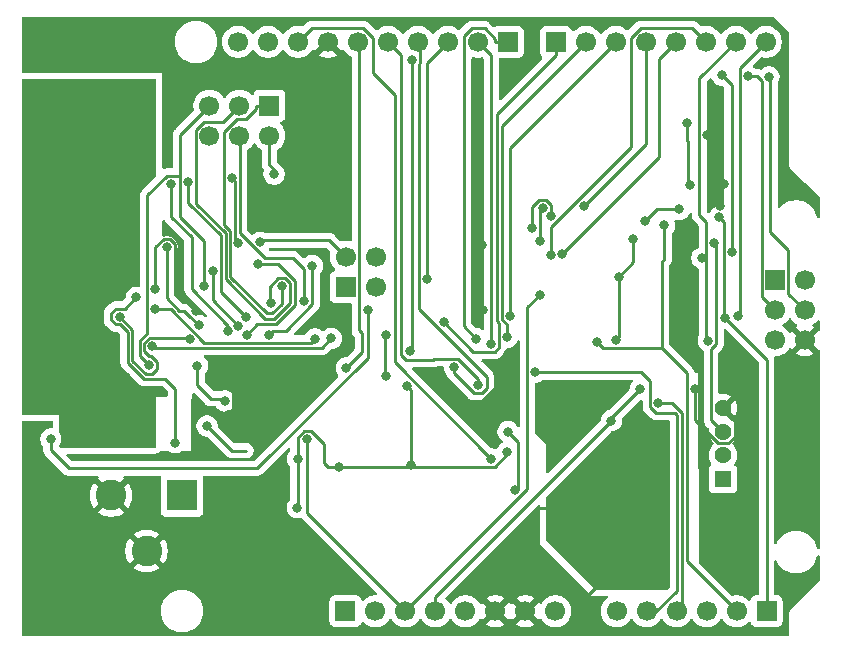
<source format=gbr>
%TF.GenerationSoftware,KiCad,Pcbnew,9.0.6*%
%TF.CreationDate,2026-01-05T12:24:48+01:00*%
%TF.ProjectId,arduino_uno_custom,61726475-696e-46f5-9f75-6e6f5f637573,rev?*%
%TF.SameCoordinates,Original*%
%TF.FileFunction,Copper,L4,Bot*%
%TF.FilePolarity,Positive*%
%FSLAX46Y46*%
G04 Gerber Fmt 4.6, Leading zero omitted, Abs format (unit mm)*
G04 Created by KiCad (PCBNEW 9.0.6) date 2026-01-05 12:24:48*
%MOMM*%
%LPD*%
G01*
G04 APERTURE LIST*
%TA.AperFunction,ComponentPad*%
%ADD10R,1.700000X1.700000*%
%TD*%
%TA.AperFunction,ComponentPad*%
%ADD11C,1.700000*%
%TD*%
%TA.AperFunction,ComponentPad*%
%ADD12R,1.438000X1.438000*%
%TD*%
%TA.AperFunction,ComponentPad*%
%ADD13C,1.438000*%
%TD*%
%TA.AperFunction,ComponentPad*%
%ADD14R,2.600000X2.600000*%
%TD*%
%TA.AperFunction,ComponentPad*%
%ADD15C,2.600000*%
%TD*%
%TA.AperFunction,ViaPad*%
%ADD16C,0.800000*%
%TD*%
%TA.AperFunction,Conductor*%
%ADD17C,0.250000*%
%TD*%
G04 APERTURE END LIST*
D10*
%TO.P,J1,1,Pin_1*%
%TO.N,MISO2*%
X138600000Y-79000000D03*
D11*
%TO.P,J1,2,Pin_2*%
%TO.N,+5VD*%
X138600000Y-81540000D03*
%TO.P,J1,3,Pin_3*%
%TO.N,SCK2*%
X136060000Y-79000000D03*
%TO.P,J1,4,Pin_4*%
%TO.N,MOSI2*%
X136060000Y-81540000D03*
%TO.P,J1,5,Pin_5*%
%TO.N,RST*%
X133520000Y-79000000D03*
%TO.P,J1,6,Pin_6*%
%TO.N,GNDD*%
X133520000Y-81540000D03*
%TD*%
D12*
%TO.P,J9,1,1*%
%TO.N,Net-(U7-A2)*%
X177000000Y-110600000D03*
D13*
%TO.P,J9,2,2*%
%TO.N,Net-(U7-A1)*%
X177000000Y-108600000D03*
%TO.P,J9,3,3*%
%TO.N,Net-(SW2-B)*%
X177000000Y-106600000D03*
%TO.P,J9,4,4*%
%TO.N,GNDD*%
X177000000Y-104600000D03*
%TD*%
D14*
%TO.P,X1,1*%
%TO.N,Net-(D4-A)*%
X131200000Y-112000000D03*
D15*
%TO.P,X1,2*%
%TO.N,GNDD*%
X125200000Y-112000000D03*
%TO.P,X1,3*%
X128200000Y-116700000D03*
%TD*%
D10*
%TO.P,J5,1,Pin_1*%
%TO.N,/ATmega328p/SCL*%
X180700000Y-121800000D03*
D11*
%TO.P,J5,2,Pin_2*%
%TO.N,/ATmega328p/SDA*%
X178160000Y-121800000D03*
%TO.P,J5,3,Pin_3*%
%TO.N,/ATmega328p/AD3*%
X175620000Y-121800000D03*
%TO.P,J5,4,Pin_4*%
%TO.N,/ATmega328p/AD2*%
X173080000Y-121800000D03*
%TO.P,J5,5,Pin_5*%
%TO.N,/ATmega328p/AD1*%
X170540000Y-121800000D03*
%TO.P,J5,6,Pin_6*%
%TO.N,/ATmega328p/AD0*%
X168000000Y-121800000D03*
%TD*%
D10*
%TO.P,J7,1,Pin_1*%
%TO.N,unconnected-(J7-Pin_1-Pad1)*%
X145040000Y-121800000D03*
D11*
%TO.P,J7,2,Pin_2*%
%TO.N,+5VD*%
X147580000Y-121800000D03*
%TO.P,J7,3,Pin_3*%
%TO.N,/ATmega328p/~{RESET}{slash}PC6*%
X150120000Y-121800000D03*
%TO.P,J7,4,Pin_4*%
%TO.N,+3V3Dbig*%
X152660000Y-121800000D03*
%TO.P,J7,5,Pin_5*%
%TO.N,+5VD*%
X155200000Y-121800000D03*
%TO.P,J7,6,Pin_6*%
%TO.N,GNDD*%
X157740000Y-121800000D03*
%TO.P,J7,7,Pin_7*%
X160280000Y-121800000D03*
%TO.P,J7,8,Pin_8*%
%TO.N,/connector/VIN*%
X162820000Y-121800000D03*
%TD*%
D10*
%TO.P,J6,1,Pin_1*%
%TO.N,/ATmega328p/PD7*%
X162860000Y-73600000D03*
D11*
%TO.P,J6,2,Pin_2*%
%TO.N,/ATmega328p/PD6*%
X165400000Y-73600000D03*
%TO.P,J6,3,Pin_3*%
%TO.N,/ATmega328p/PD5*%
X167940000Y-73600000D03*
%TO.P,J6,4,Pin_4*%
%TO.N,/ATmega328p/PD4*%
X170480000Y-73600000D03*
%TO.P,J6,5,Pin_5*%
%TO.N,/ATmega328p/PD3*%
X173020000Y-73600000D03*
%TO.P,J6,6,Pin_6*%
%TO.N,/ATmega328p/PD2*%
X175560000Y-73600000D03*
%TO.P,J6,7,Pin_7*%
%TO.N,/ATmega16U2/TXD*%
X178100000Y-73600000D03*
%TO.P,J6,8,Pin_8*%
%TO.N,/ATmega16U2/RXD*%
X180640000Y-73600000D03*
%TD*%
D10*
%TO.P,J4,1,Pin_1*%
%TO.N,/ATmega328p/PB0{slash}ICP*%
X158800000Y-73600000D03*
D11*
%TO.P,J4,2,Pin_2*%
%TO.N,/ATmega328p/PB1{slash}OC1*%
X156260000Y-73600000D03*
%TO.P,J4,3,Pin_3*%
%TO.N,/ATmega328p/SS*%
X153720000Y-73600000D03*
%TO.P,J4,4,Pin_4*%
%TO.N,/ATmega328p/MOSI*%
X151180000Y-73600000D03*
%TO.P,J4,5,Pin_5*%
%TO.N,/ATmega328p/MISO*%
X148640000Y-73600000D03*
%TO.P,J4,6,Pin_6*%
%TO.N,/ATmega328p/SCK*%
X146100000Y-73600000D03*
%TO.P,J4,7,Pin_7*%
%TO.N,GNDD*%
X143560000Y-73600000D03*
%TO.P,J4,8,Pin_8*%
%TO.N,/ATmega328p/AREF*%
X141020000Y-73600000D03*
%TO.P,J4,9,Pin_9*%
%TO.N,/ATmega328p/SDA*%
X138480000Y-73600000D03*
%TO.P,J4,10,Pin_10*%
%TO.N,/ATmega328p/SCL*%
X135940000Y-73600000D03*
%TD*%
D10*
%TO.P,J2,1,Pin_1*%
%TO.N,/ATmega16U2/PB4*%
X145060000Y-94340000D03*
D11*
%TO.P,J2,2,Pin_2*%
%TO.N,/ATmega16U2/PB6*%
X145060000Y-91800000D03*
%TO.P,J2,3,Pin_3*%
%TO.N,/ATmega16U2/PB5*%
X147600000Y-94340000D03*
%TO.P,J2,4,Pin_4*%
%TO.N,/ATmega16U2/PB7*%
X147600000Y-91800000D03*
%TD*%
D10*
%TO.P,ICSP1,1,Pin_1*%
%TO.N,/ATmega328p/MISO*%
X181400000Y-93800000D03*
D11*
%TO.P,ICSP1,2,Pin_2*%
%TO.N,+5VD*%
X183940000Y-93800000D03*
%TO.P,ICSP1,3,Pin_3*%
%TO.N,/ATmega328p/SCK*%
X181400000Y-96340000D03*
%TO.P,ICSP1,4,Pin_4*%
%TO.N,/ATmega328p/MOSI*%
X183940000Y-96340000D03*
%TO.P,ICSP1,5,Pin_5*%
%TO.N,/ATmega328p/~{RESET}{slash}PC6*%
X181400000Y-98880000D03*
%TO.P,ICSP1,6,Pin_6*%
%TO.N,GNDD*%
X183940000Y-98880000D03*
%TD*%
D16*
%TO.N,/ATmega16U2/RXD*%
X178305300Y-96840600D03*
%TO.N,/ATmega16U2/TXD*%
X150473300Y-99798900D03*
X175205900Y-91901800D03*
X150661000Y-75117200D03*
X175751200Y-98883600D03*
%TO.N,Net-(U2-PC0{slash}XTAL2)*%
X136667298Y-98379400D03*
X137664472Y-92404019D03*
%TO.N,Net-(U2-XTAL1)*%
X133800000Y-93000000D03*
X135981955Y-97620416D03*
%TO.N,GNDD*%
X166000000Y-109000000D03*
X170000000Y-116000000D03*
X164000000Y-104394000D03*
X155850000Y-105107600D03*
X166000000Y-111000000D03*
X164000000Y-105410000D03*
X171000000Y-109000000D03*
X171000000Y-115000000D03*
X165000000Y-105410000D03*
X171000000Y-111000000D03*
X172000000Y-113000000D03*
X168000000Y-115000000D03*
X170000000Y-110000000D03*
X153000000Y-102400000D03*
X170000000Y-111000000D03*
X132400000Y-96400000D03*
X172000000Y-112000000D03*
X164000000Y-106426000D03*
X169000000Y-116000000D03*
X169000000Y-109000000D03*
X135133954Y-105203608D03*
X166000000Y-112000000D03*
X166000000Y-115000000D03*
X165000000Y-106426000D03*
X166000000Y-113000000D03*
X172000000Y-111000000D03*
X167000000Y-110000000D03*
X137400000Y-89200000D03*
X143764000Y-117800000D03*
X156696042Y-96287330D03*
X134000000Y-101000000D03*
X170000000Y-109000000D03*
X166000000Y-110000000D03*
X167000000Y-115000000D03*
X166000000Y-116000000D03*
X162941000Y-106426000D03*
X165000000Y-104394000D03*
X168000000Y-111000000D03*
X168000000Y-110000000D03*
X172000000Y-110000000D03*
X172000000Y-116000000D03*
X171000000Y-110000000D03*
X168000000Y-116000000D03*
X139072465Y-109925000D03*
X167000000Y-111000000D03*
X140600000Y-89200000D03*
X171000000Y-116000000D03*
X172000000Y-109000000D03*
X176745752Y-87510047D03*
X131600000Y-77400000D03*
X172000000Y-115000000D03*
X130200000Y-78800000D03*
X163000000Y-105410000D03*
X174600000Y-103000000D03*
X169000000Y-110000000D03*
X167000000Y-116000000D03*
X158833578Y-100066300D03*
X169000000Y-111000000D03*
X156636052Y-90836052D03*
X168000000Y-109000000D03*
X128947900Y-94506994D03*
X169000000Y-115000000D03*
X175675000Y-81500000D03*
X167000000Y-109000000D03*
X139192000Y-113030000D03*
X163000000Y-104394000D03*
X172000000Y-114000000D03*
X177055600Y-85600000D03*
X170000000Y-115000000D03*
X166000000Y-114000000D03*
X141200000Y-117800000D03*
%TO.N,Net-(D3-A)*%
X131839800Y-98785700D03*
X125924700Y-96851800D03*
%TO.N,+5VD*%
X124500000Y-105000000D03*
X120500000Y-102000000D03*
X122500000Y-100000000D03*
X122500000Y-105000000D03*
X126500000Y-105000000D03*
X125500000Y-104000000D03*
X121500000Y-99000000D03*
X125500000Y-101000000D03*
X140977298Y-113022702D03*
X121500000Y-106000000D03*
X121500000Y-102000000D03*
X144526000Y-109553000D03*
X120500000Y-103000000D03*
X150258907Y-102707600D03*
X150600000Y-109400000D03*
X122500000Y-106000000D03*
X148500002Y-98400000D03*
X122500000Y-99000000D03*
X125500000Y-103000000D03*
X120500000Y-101000000D03*
X124500000Y-100000000D03*
X125500000Y-100000000D03*
X124500000Y-99000000D03*
X170400000Y-88800000D03*
X158722702Y-108352298D03*
X123500000Y-100000000D03*
X126500000Y-106000000D03*
X125500000Y-106000000D03*
X162449007Y-88325200D03*
X123500000Y-106000000D03*
X121500000Y-103000000D03*
X148510093Y-101874700D03*
X126500000Y-104000000D03*
X123500000Y-105000000D03*
X160827500Y-89400000D03*
X121500000Y-105000000D03*
X120523000Y-104013000D03*
X139000000Y-84800000D03*
X120500000Y-99000000D03*
X121500000Y-101000000D03*
X125500000Y-102000000D03*
X126500000Y-103000000D03*
X124500000Y-106000000D03*
X121500000Y-104000000D03*
X123500000Y-99000000D03*
X121500000Y-100000000D03*
X133325000Y-106125000D03*
X126500000Y-102000000D03*
X125500000Y-105000000D03*
X141000000Y-108889900D03*
X120500000Y-100000000D03*
X173309035Y-87781000D03*
%TO.N,D-*%
X130287800Y-85641900D03*
X135093985Y-98037934D03*
%TO.N,/ATmega16U2/USBVCC*%
X129923400Y-90950400D03*
X132600000Y-97600000D03*
%TO.N,Net-(Q1-G)*%
X127343000Y-95235100D03*
X130645202Y-107529000D03*
%TO.N,/ATmega328p/SCK*%
X179082300Y-76500000D03*
X145104100Y-101199700D03*
%TO.N,/ATmega328p/PB0{slash}ICP*%
X156118400Y-98732000D03*
%TO.N,/ATmega328p/PD3*%
X163386700Y-91596300D03*
%TO.N,/ATmega328p/PD6*%
X158735300Y-98615000D03*
%TO.N,/ATmega328p/MISO*%
X156291000Y-102658600D03*
X176932400Y-76431000D03*
X177730600Y-91422300D03*
%TO.N,/ATmega328p/AD1*%
X161123000Y-101561794D03*
%TO.N,/ATmega328p/MOSI*%
X154270100Y-101135600D03*
X180891605Y-76566420D03*
%TO.N,/ATmega328p/AREF*%
X157400000Y-108894100D03*
%TO.N,/ATmega328p/AD2*%
X171500000Y-104203000D03*
%TO.N,+5VA*%
X134825000Y-104000000D03*
X132500000Y-101000000D03*
X158800000Y-106600000D03*
X159382702Y-111582702D03*
%TO.N,/ATmega328p/PB1{slash}OC1*%
X157376300Y-99140700D03*
%TO.N,/ATmega328p/PD4*%
X165225200Y-87460500D03*
X161502500Y-90447900D03*
X161729600Y-87650200D03*
%TO.N,/ATmega328p/PD7*%
X153351000Y-97355100D03*
%TO.N,/ATmega328p/SS*%
X151919500Y-93650800D03*
%TO.N,/ATmega328p/SCL*%
X176677600Y-88457600D03*
X177165300Y-96967200D03*
%TO.N,/ATmega328p/PD2*%
X162434900Y-91655000D03*
%TO.N,/ATmega328p/PD5*%
X158959800Y-96799900D03*
%TO.N,/ATmega328p/SDA*%
X172045800Y-89144300D03*
X166377200Y-99000900D03*
%TO.N,/ATmega328p/~{RESET}{slash}PC6*%
X141816900Y-107255300D03*
X161486300Y-94998000D03*
%TO.N,RST*%
X128399800Y-100977200D03*
X133037100Y-94291200D03*
%TO.N,Net-(U2-UCAP)*%
X138600000Y-98379400D03*
X142245800Y-92543000D03*
%TO.N,MISO2*%
X139632800Y-94261800D03*
%TO.N,/ATmega16U2/PB6*%
X137831500Y-90576200D03*
%TO.N,/ATmega16U2/PB7*%
X135413900Y-85162000D03*
X135962500Y-90619393D03*
%TO.N,MOSI2*%
X141521000Y-95548400D03*
%TO.N,SCK2*%
X138759795Y-95732710D03*
%TO.N,D+*%
X131751500Y-85466600D03*
X136611099Y-96908600D03*
%TO.N,Net-(RN2B-R2.2)*%
X128684800Y-99376700D03*
X143847600Y-98700000D03*
%TO.N,Net-(ON1-A)*%
X146953000Y-96295000D03*
X120096301Y-107203705D03*
%TO.N,Net-(RN2C-R3.2)*%
X128947900Y-96200000D03*
X142465400Y-98736600D03*
%TO.N,+3V3Dbig*%
X167917500Y-98806600D03*
X167551877Y-105675000D03*
X170006800Y-102997300D03*
X168187600Y-93479700D03*
X169425400Y-90290700D03*
%TO.N,Net-(U8-A1)*%
X174250500Y-85749500D03*
X174000000Y-80500000D03*
%TO.N,Net-(SW2-B)*%
X176284000Y-90663900D03*
%TD*%
D17*
%TO.N,/ATmega16U2/RXD*%
X178407300Y-96738600D02*
X178407300Y-75832700D01*
X178407300Y-75832700D02*
X180640000Y-73600000D01*
X178305300Y-96840600D02*
X178407300Y-96738600D01*
%TO.N,/ATmega16U2/TXD*%
X175000000Y-88296091D02*
X175000000Y-76700000D01*
X175560900Y-91901800D02*
X175205900Y-91901800D01*
X175560900Y-91901800D02*
X175568200Y-91894500D01*
X175000000Y-76700000D02*
X178100000Y-73600000D01*
X175560900Y-98693300D02*
X175560900Y-91901800D01*
X175568200Y-88864291D02*
X175000000Y-88296091D01*
X175568200Y-91894500D02*
X175568200Y-88864291D01*
X175751200Y-98883600D02*
X175560900Y-98693300D01*
X150661000Y-99611200D02*
X150473300Y-99798900D01*
X150661000Y-75117200D02*
X150661000Y-99611200D01*
%TO.N,Net-(U2-PC0{slash}XTAL2)*%
X139125300Y-97457000D02*
X140736100Y-95846200D01*
X140736100Y-95846200D02*
X140736100Y-93841000D01*
X140736100Y-93841000D02*
X139299119Y-92404019D01*
X137589698Y-97457000D02*
X139125300Y-97457000D01*
X139299119Y-92404019D02*
X137664472Y-92404019D01*
X136667298Y-98379400D02*
X137589698Y-97457000D01*
%TO.N,Net-(U2-XTAL1)*%
X133800000Y-95438461D02*
X133800000Y-93000000D01*
X135981955Y-97620416D02*
X133800000Y-95438461D01*
%TO.N,GNDD*%
X158833578Y-100066300D02*
X158634971Y-100264907D01*
X175675000Y-81500000D02*
X176243900Y-82068900D01*
X176243900Y-84788300D02*
X177055600Y-85600000D01*
X165477000Y-120523000D02*
X165354000Y-120523000D01*
X131600000Y-77400000D02*
X130200000Y-78800000D01*
X176587857Y-107595000D02*
X177412143Y-107595000D01*
X139200000Y-113022000D02*
X139200000Y-110052535D01*
X135500000Y-104837562D02*
X135133954Y-105203608D01*
X153142400Y-102400000D02*
X155850000Y-105107600D01*
X139192000Y-113030000D02*
X139200000Y-113022000D01*
X176745752Y-85909848D02*
X177055600Y-85600000D01*
X140600000Y-89200000D02*
X137400000Y-89200000D01*
X174600000Y-103000000D02*
X174600000Y-105607143D01*
X130599400Y-94599400D02*
X132400000Y-96400000D01*
X177995000Y-107012143D02*
X177995000Y-105595000D01*
X174600000Y-105607143D02*
X176587857Y-107595000D01*
X158634971Y-101965029D02*
X155850000Y-104750000D01*
X134400389Y-101400389D02*
X134550000Y-101400389D01*
X177412143Y-107595000D02*
X177995000Y-107012143D01*
X156200000Y-95791288D02*
X156200000Y-91272104D01*
X162082000Y-113000000D02*
X162052000Y-113030000D01*
X155850000Y-104750000D02*
X155850000Y-105107600D01*
X153000000Y-102400000D02*
X153142400Y-102400000D01*
X129643391Y-90274400D02*
X130203409Y-90274400D01*
X134000000Y-101000000D02*
X134400389Y-101400389D01*
X176745752Y-87510047D02*
X176745752Y-85909848D01*
X158634971Y-100264907D02*
X158634971Y-101965029D01*
X135500000Y-102350389D02*
X135500000Y-104837562D01*
X128947900Y-90969891D02*
X129643391Y-90274400D01*
X156696042Y-96287330D02*
X156200000Y-95791288D01*
X139200000Y-110052535D02*
X139072465Y-109925000D01*
X176243900Y-82068900D02*
X176243900Y-84788300D01*
X177995000Y-105595000D02*
X177000000Y-104600000D01*
X143764000Y-117800000D02*
X141200000Y-117800000D01*
X130203409Y-90274400D02*
X130599400Y-90670391D01*
X130599400Y-90670391D02*
X130599400Y-94599400D01*
X167000000Y-119000000D02*
X165477000Y-120523000D01*
X128947900Y-94506994D02*
X128947900Y-90969891D01*
X156200000Y-91272104D02*
X156636052Y-90836052D01*
X164000000Y-113000000D02*
X162082000Y-113000000D01*
X162052000Y-113030000D02*
X161417000Y-113030000D01*
X134550000Y-101400389D02*
X135500000Y-102350389D01*
%TO.N,Net-(D3-A)*%
X129077100Y-101320900D02*
X129077100Y-100697200D01*
X131703400Y-98649300D02*
X131839800Y-98785700D01*
X125924700Y-96851800D02*
X125924700Y-96910100D01*
X128683600Y-101714400D02*
X129077100Y-101320900D01*
X128455300Y-98649300D02*
X131703400Y-98649300D01*
X127000000Y-97985400D02*
X127000000Y-100581700D01*
X128008100Y-99096500D02*
X128455300Y-98649300D01*
X128008100Y-99765400D02*
X128008100Y-99096500D01*
X129077100Y-100697200D02*
X128556600Y-100176700D01*
X125924700Y-96910100D02*
X127000000Y-97985400D01*
X128132700Y-101714400D02*
X128683600Y-101714400D01*
X128556600Y-100176700D02*
X128419400Y-100176700D01*
X128419400Y-100176700D02*
X128008100Y-99765400D01*
X127000000Y-100581700D02*
X128132700Y-101714400D01*
%TO.N,+5VD*%
X143200000Y-107682391D02*
X143200000Y-109220000D01*
X139000000Y-84400000D02*
X138600000Y-84000000D01*
X157680009Y-109570100D02*
X150770100Y-109570100D01*
X133325000Y-106125000D02*
X135400000Y-108200000D01*
X142096909Y-106579300D02*
X143200000Y-107682391D01*
X150600000Y-103048693D02*
X150258907Y-102707600D01*
X148510093Y-101874700D02*
X148400000Y-101764607D01*
X148400000Y-101764607D02*
X148400000Y-98500002D01*
X158722702Y-108527407D02*
X157680009Y-109570100D01*
X141000000Y-113000000D02*
X140977298Y-113022702D01*
X150600000Y-109400000D02*
X150447000Y-109553000D01*
X143533000Y-109553000D02*
X144526000Y-109553000D01*
X160827500Y-89400000D02*
X160827500Y-87596291D01*
X135400000Y-108200000D02*
X136652000Y-108200000D01*
X141000000Y-107116191D02*
X141536891Y-106579300D01*
X143533000Y-109553000D02*
X143200000Y-109220000D01*
X150770100Y-109570100D02*
X150600000Y-109400000D01*
X141000000Y-108889900D02*
X141000000Y-107116191D01*
X150600000Y-108400000D02*
X150600000Y-103048693D01*
X141536891Y-106579300D02*
X142096909Y-106579300D01*
X139000000Y-84800000D02*
X139000000Y-84400000D01*
X158722702Y-108352298D02*
X158722702Y-108527407D01*
X161449591Y-86974200D02*
X162009609Y-86974200D01*
X150600000Y-109400000D02*
X150600000Y-108400000D01*
X150447000Y-109553000D02*
X143533000Y-109553000D01*
X141000000Y-108889900D02*
X141000000Y-113000000D01*
X162449007Y-87413598D02*
X162449007Y-88325200D01*
X170400000Y-88800000D02*
X171419000Y-87781000D01*
X138600000Y-84000000D02*
X138600000Y-81540000D01*
X171419000Y-87781000D02*
X173309035Y-87781000D01*
X162009609Y-86974200D02*
X162449007Y-87413598D01*
X148400000Y-98500002D02*
X148500002Y-98400000D01*
X160827500Y-87596291D02*
X161449591Y-86974200D01*
%TO.N,D-*%
X135109625Y-98022294D02*
X135109625Y-97618025D01*
X135109625Y-97618025D02*
X132034500Y-94542900D01*
X132034500Y-90147700D02*
X130287800Y-88401000D01*
X132034500Y-94542900D02*
X132034500Y-90147700D01*
X135093985Y-98037934D02*
X135109625Y-98022294D01*
X130287800Y-88401000D02*
X130287800Y-85641900D01*
%TO.N,/ATmega16U2/USBVCC*%
X131800002Y-96800000D02*
X131386084Y-96386082D01*
X131386084Y-96386082D02*
X130982882Y-96386082D01*
X132600000Y-97600000D02*
X131800002Y-96800002D01*
X129923400Y-95326600D02*
X129923400Y-90950400D01*
X130982882Y-96386082D02*
X129923400Y-95326600D01*
X131800002Y-96800002D02*
X131800002Y-96800000D01*
%TO.N,Net-(Q1-G)*%
X125189400Y-97130809D02*
X125189400Y-96570791D01*
X125189400Y-96570791D02*
X125585391Y-96174800D01*
X130645202Y-102959202D02*
X129801400Y-102115400D01*
X126403300Y-96174800D02*
X127343000Y-95235100D01*
X130645202Y-107529000D02*
X130645202Y-102959202D01*
X129801400Y-102115400D02*
X127966600Y-102115400D01*
X125585391Y-96174800D02*
X126403300Y-96174800D01*
X126599000Y-100747800D02*
X126599000Y-98151500D01*
X127966600Y-102115400D02*
X126599000Y-100747800D01*
X125585391Y-97526800D02*
X125189400Y-97130809D01*
X126599000Y-98151500D02*
X125974300Y-97526800D01*
X125974300Y-97526800D02*
X125585391Y-97526800D01*
%TO.N,/ATmega328p/SCK*%
X146188500Y-73688500D02*
X146100000Y-73600000D01*
X179877800Y-76500000D02*
X180273300Y-76895500D01*
X146188500Y-98030900D02*
X146188500Y-73688500D01*
X146434400Y-99869400D02*
X146434400Y-98276800D01*
X179082300Y-76500000D02*
X179877800Y-76500000D01*
X146434400Y-98276800D02*
X146188500Y-98030900D01*
X180273300Y-95213300D02*
X181400000Y-96340000D01*
X145104100Y-101199700D02*
X146434400Y-99869400D01*
X180273300Y-76895500D02*
X180273300Y-95213300D01*
%TO.N,/ATmega328p/PB0{slash}ICP*%
X156819600Y-72464600D02*
X155721700Y-72464600D01*
X155081500Y-73104800D02*
X155081500Y-97695100D01*
X155721700Y-72464600D02*
X155081500Y-73104800D01*
X157673300Y-73318300D02*
X156819600Y-72464600D01*
X155081500Y-97695100D02*
X156118400Y-98732000D01*
X158800000Y-73600000D02*
X157673300Y-73600000D01*
X157673300Y-73600000D02*
X157673300Y-73318300D01*
%TO.N,/ATmega328p/PD3*%
X171605200Y-75014800D02*
X171605200Y-83377800D01*
X173020000Y-73600000D02*
X171605200Y-75014800D01*
X171605200Y-83377800D02*
X163386700Y-91596300D01*
%TO.N,/ATmega328p/PD6*%
X158735200Y-97532200D02*
X158735300Y-97532200D01*
X158283100Y-97080100D02*
X158735200Y-97532200D01*
X158283100Y-80716900D02*
X158283100Y-97080100D01*
X165400000Y-73600000D02*
X158283100Y-80716900D01*
X158735300Y-97532200D02*
X158735300Y-98615000D01*
%TO.N,/ATmega328p/MISO*%
X177730600Y-91422300D02*
X177730600Y-77229200D01*
X149784400Y-74744400D02*
X148640000Y-73600000D01*
X149784400Y-100110200D02*
X149784400Y-74744400D01*
X156291000Y-102658600D02*
X156291000Y-102181400D01*
X152566500Y-100424000D02*
X152477200Y-100513300D01*
X152477200Y-100513300D02*
X150187500Y-100513300D01*
X150187500Y-100513300D02*
X149784400Y-100110200D01*
X154533600Y-100424000D02*
X152566500Y-100424000D01*
X156291000Y-102181400D02*
X154533600Y-100424000D01*
X177730600Y-77229200D02*
X176932400Y-76431000D01*
%TO.N,/ATmega328p/AD1*%
X161123000Y-101561794D02*
X170061794Y-101561794D01*
X170824000Y-104483009D02*
X171340991Y-105000000D01*
X173118100Y-105185200D02*
X173118100Y-120051900D01*
X170061794Y-101561794D02*
X170824000Y-102324000D01*
X173118100Y-120051900D02*
X171370000Y-121800000D01*
X171370000Y-121800000D02*
X170540000Y-121800000D01*
X170824000Y-102324000D02*
X170824000Y-104483009D01*
X171340991Y-105000000D02*
X172932900Y-105000000D01*
X172932900Y-105000000D02*
X173118100Y-105185200D01*
%TO.N,/ATmega328p/MOSI*%
X181000000Y-76674815D02*
X181000000Y-89728700D01*
X151242700Y-96208000D02*
X151242700Y-75492500D01*
X151337700Y-73757700D02*
X151180000Y-73600000D01*
X180891605Y-76566420D02*
X181000000Y-76674815D01*
X154270100Y-101668400D02*
X155937100Y-103335400D01*
X157021000Y-102890600D02*
X157021000Y-101986300D01*
X157021000Y-101986300D02*
X151242700Y-96208000D01*
X181000000Y-89728700D02*
X182528500Y-91257200D01*
X156576200Y-103335400D02*
X157021000Y-102890600D01*
X182528500Y-94928500D02*
X183940000Y-96340000D01*
X154270100Y-101135600D02*
X154270100Y-101668400D01*
X155937100Y-103335400D02*
X156576200Y-103335400D01*
X182528500Y-91257200D02*
X182528500Y-94928500D01*
X151242700Y-75492500D02*
X151337700Y-75397500D01*
X151337700Y-75397500D02*
X151337700Y-73757700D01*
%TO.N,/ATmega328p/AREF*%
X147370000Y-76236500D02*
X149234500Y-78101000D01*
X146536400Y-72428800D02*
X147370000Y-73262400D01*
X142191200Y-72428800D02*
X146536400Y-72428800D01*
X141020000Y-73600000D02*
X142191200Y-72428800D01*
X149234500Y-100728600D02*
X157400000Y-108894100D01*
X147370000Y-73262400D02*
X147370000Y-76236500D01*
X149234500Y-78101000D02*
X149234500Y-100728600D01*
%TO.N,/ATmega328p/AD2*%
X171500000Y-104203000D02*
X172703000Y-104203000D01*
X172703000Y-104203000D02*
X173519100Y-105019100D01*
X173519100Y-105019100D02*
X173519100Y-121360900D01*
X173519100Y-121360900D02*
X173080000Y-121800000D01*
%TO.N,+5VA*%
X159635027Y-111330377D02*
X159635027Y-107435027D01*
X159382702Y-111582702D02*
X159635027Y-111330377D01*
X132500000Y-102675000D02*
X132500000Y-101000000D01*
X134825000Y-104000000D02*
X134648768Y-103823768D01*
X159635027Y-107435027D02*
X158800000Y-106600000D01*
X134648768Y-103823768D02*
X133648768Y-103823768D01*
X133648768Y-103823768D02*
X132500000Y-102675000D01*
%TO.N,/ATmega328p/PB1{slash}OC1*%
X157376300Y-74716300D02*
X156260000Y-73600000D01*
X157376300Y-99140700D02*
X157376300Y-99142300D01*
X157376300Y-99142300D02*
X157376300Y-99140700D01*
X157376300Y-99142300D02*
X157376300Y-74716300D01*
X157376300Y-99142300D02*
X157376300Y-99140700D01*
%TO.N,/ATmega328p/PD4*%
X170480000Y-82205700D02*
X165225200Y-87460500D01*
X161502500Y-90447900D02*
X161502500Y-87877300D01*
X161502500Y-87877300D02*
X161729600Y-87650200D01*
X170480000Y-73600000D02*
X170480000Y-82205700D01*
%TO.N,/ATmega328p/PD7*%
X155832100Y-99836200D02*
X153351000Y-97355100D01*
X157881400Y-79705300D02*
X157881400Y-97246500D01*
X158058600Y-99470000D02*
X157692400Y-99836200D01*
X157692400Y-99836200D02*
X155832100Y-99836200D01*
X162860000Y-73600000D02*
X162860000Y-74726700D01*
X158058600Y-97423700D02*
X158058600Y-99470000D01*
X162860000Y-74726700D02*
X157881400Y-79705300D01*
X157881400Y-97246500D02*
X158058600Y-97423700D01*
%TO.N,/ATmega328p/SS*%
X151919500Y-93650800D02*
X151919500Y-75400500D01*
X151919500Y-75400500D02*
X153720000Y-73600000D01*
%TO.N,/ATmega328p/SCL*%
X177053900Y-88833900D02*
X177053900Y-96855800D01*
X180700000Y-100501900D02*
X177165300Y-96967200D01*
X176677600Y-88457600D02*
X177053900Y-88833900D01*
X177053900Y-96855800D02*
X177165300Y-96967200D01*
X180700000Y-121800000D02*
X180700000Y-100501900D01*
%TO.N,/ATmega328p/PD2*%
X169210000Y-82518800D02*
X162434900Y-89293900D01*
X175560000Y-73600000D02*
X174388800Y-72428800D01*
X162434900Y-89293900D02*
X162434900Y-91655000D01*
X174388800Y-72428800D02*
X170043600Y-72428800D01*
X169210000Y-73262400D02*
X169210000Y-82518800D01*
X170043600Y-72428800D02*
X169210000Y-73262400D01*
%TO.N,/ATmega328p/PD5*%
X158959800Y-96799900D02*
X158959800Y-82580200D01*
X158959800Y-82580200D02*
X167940000Y-73600000D01*
%TO.N,/ATmega328p/SDA*%
X166878500Y-99502200D02*
X166377200Y-99000900D01*
X171827900Y-99502200D02*
X166878500Y-99502200D01*
X173920100Y-101594400D02*
X171827900Y-99502200D01*
X172045800Y-91990700D02*
X171827900Y-92208600D01*
X173920100Y-117560100D02*
X173920100Y-101594400D01*
X171827900Y-92208600D02*
X171827900Y-99502200D01*
X172045800Y-89144300D02*
X172045800Y-91990700D01*
X178160000Y-121800000D02*
X173920100Y-117560100D01*
%TO.N,/ATmega328p/~{RESET}{slash}PC6*%
X150120000Y-121800000D02*
X160448000Y-111472000D01*
X141816900Y-113496900D02*
X150120000Y-121800000D01*
X160448000Y-111472000D02*
X160448000Y-96036300D01*
X141816900Y-107255300D02*
X141816900Y-113496900D01*
X160448000Y-96036300D02*
X161486300Y-94998000D01*
%TO.N,RST*%
X131055600Y-81464400D02*
X131055600Y-84944600D01*
X128272900Y-86599500D02*
X128272900Y-98263600D01*
X127606400Y-98930100D02*
X127606400Y-100183800D01*
X129927800Y-84944600D02*
X128272900Y-86599500D01*
X131055600Y-84944600D02*
X131055600Y-88457200D01*
X131055600Y-88457200D02*
X133037100Y-90438700D01*
X133037100Y-90438700D02*
X133037100Y-94291200D01*
X128272900Y-98263600D02*
X127606400Y-98930100D01*
X131055600Y-84944600D02*
X129927800Y-84944600D01*
X127606400Y-100183800D02*
X128399800Y-100977200D01*
X133520000Y-79000000D02*
X131055600Y-81464400D01*
%TO.N,Net-(U2-UCAP)*%
X142245800Y-95829100D02*
X140003600Y-98071300D01*
X138908100Y-98071300D02*
X138600000Y-98379400D01*
X140003600Y-98071300D02*
X138908100Y-98071300D01*
X142245800Y-92543000D02*
X142245800Y-95829100D01*
%TO.N,MISO2*%
X136628400Y-80126700D02*
X137473300Y-79281800D01*
X138358500Y-96584500D02*
X135287500Y-93513500D01*
X134736500Y-89091100D02*
X134737000Y-89090600D01*
X137473300Y-79281800D02*
X137473300Y-79000000D01*
X135287500Y-89642100D02*
X134736500Y-89091100D01*
X138862600Y-96584500D02*
X138358500Y-96584500D01*
X139632800Y-95814300D02*
X138862600Y-96584500D01*
X137473300Y-79000000D02*
X138600000Y-79000000D01*
X134737000Y-89090600D02*
X134737000Y-81267700D01*
X139632800Y-94261800D02*
X139632800Y-95814300D01*
X134737000Y-81267700D02*
X135878000Y-80126700D01*
X135287500Y-93513500D02*
X135287500Y-89642100D01*
X135878000Y-80126700D02*
X136628400Y-80126700D01*
%TO.N,/ATmega16U2/PB6*%
X143645600Y-90385600D02*
X138022100Y-90385600D01*
X138022100Y-90385600D02*
X137831500Y-90576200D01*
X145060000Y-91800000D02*
X143645600Y-90385600D01*
%TO.N,/ATmega16U2/PB7*%
X135962500Y-90726093D02*
X135961800Y-90726793D01*
X135960793Y-90726793D02*
X135689900Y-90455900D01*
X135962500Y-90619393D02*
X135962500Y-90726093D01*
X135689900Y-85438000D02*
X135413900Y-85162000D01*
X135961800Y-90726793D02*
X135960793Y-90726793D01*
X135689900Y-90455900D02*
X135689900Y-85438000D01*
%TO.N,MOSI2*%
X141521000Y-95548400D02*
X141521000Y-92841500D01*
X141521000Y-92841500D02*
X140608100Y-91928600D01*
X136091600Y-81571600D02*
X136060000Y-81540000D01*
X140608100Y-91928600D02*
X138226300Y-91928600D01*
X136091600Y-89793900D02*
X136091600Y-81571600D01*
X138226300Y-91928600D02*
X136091600Y-89793900D01*
%TO.N,SCK2*%
X138613500Y-94324200D02*
X139352600Y-93585100D01*
X134886500Y-89808200D02*
X132429400Y-87351100D01*
X139913100Y-93585100D02*
X140335100Y-94007100D01*
X140335100Y-94007100D02*
X140335100Y-95680100D01*
X140335100Y-95680100D02*
X138959200Y-97056000D01*
X138667567Y-95732710D02*
X138613500Y-95678643D01*
X134886500Y-93689200D02*
X134886500Y-89808200D01*
X132429400Y-87351100D02*
X132429400Y-85187500D01*
X138959200Y-97056000D02*
X138253300Y-97056000D01*
X138759795Y-95732710D02*
X138667567Y-95732710D01*
X133036500Y-80411500D02*
X134648500Y-80411500D01*
X132363500Y-81084500D02*
X133036500Y-80411500D01*
X134648500Y-80411500D02*
X136060000Y-79000000D01*
X132429400Y-85187500D02*
X132363500Y-85121600D01*
X132363500Y-85121600D02*
X132363500Y-81084500D01*
X138253300Y-97056000D02*
X134886500Y-93689200D01*
X138613500Y-95678643D02*
X138613500Y-94324200D01*
X139352600Y-93585100D02*
X139913100Y-93585100D01*
%TO.N,D+*%
X131751500Y-87241300D02*
X131751500Y-85466600D01*
X136611099Y-96873499D02*
X134484800Y-94747200D01*
X134484800Y-94747200D02*
X134484800Y-89974600D01*
X134484800Y-89974600D02*
X131751500Y-87241300D01*
X136611099Y-96908600D02*
X136611099Y-96873499D01*
%TO.N,Net-(RN2B-R2.2)*%
X143067900Y-99479700D02*
X143847600Y-98700000D01*
X128787800Y-99479700D02*
X143067900Y-99479700D01*
X128684800Y-99376700D02*
X128787800Y-99479700D01*
%TO.N,Net-(ON1-A)*%
X120096301Y-108196301D02*
X121600000Y-109700000D01*
X121600000Y-109700000D02*
X137576000Y-109700000D01*
X146953000Y-100323000D02*
X146953000Y-96295000D01*
X120096301Y-107203705D02*
X120096301Y-108196301D01*
X137576000Y-109700000D02*
X146953000Y-100323000D01*
%TO.N,Net-(RN2C-R3.2)*%
X134254400Y-99054400D02*
X142147600Y-99054400D01*
X133084100Y-99054400D02*
X130229700Y-96200000D01*
X130229700Y-96200000D02*
X128947900Y-96200000D01*
X142147600Y-99054400D02*
X142465400Y-98736600D01*
X134254400Y-99054400D02*
X133084100Y-99054400D01*
%TO.N,+3V3Dbig*%
X167551877Y-105452223D02*
X170002050Y-103002050D01*
X167551877Y-105675000D02*
X167551877Y-105452223D01*
X152660000Y-120566877D02*
X152660000Y-121800000D01*
X169425400Y-92241900D02*
X168187600Y-93479700D01*
X168187600Y-98536500D02*
X168187600Y-93479700D01*
X167917500Y-98806600D02*
X168187600Y-98536500D01*
X167551877Y-105675000D02*
X152660000Y-120566877D01*
X169425400Y-90290700D02*
X169425400Y-92241900D01*
%TO.N,Net-(U8-A1)*%
X174001000Y-81964600D02*
X174000900Y-81964600D01*
X174250500Y-85749500D02*
X174001000Y-85500000D01*
X174001000Y-85500000D02*
X174001000Y-81964600D01*
X174000900Y-81964600D02*
X174000000Y-81963700D01*
X174000000Y-81963700D02*
X174000000Y-80500000D01*
%TO.N,Net-(SW2-B)*%
X177000000Y-106600000D02*
X175997700Y-105597700D01*
X176427900Y-99175000D02*
X176427900Y-90807800D01*
X175997700Y-105597700D02*
X175997700Y-99605200D01*
X175997700Y-99605200D02*
X176427900Y-99175000D01*
X176427900Y-90807800D02*
X176284000Y-90663900D01*
%TD*%
%TA.AperFunction,Conductor*%
%TO.N,GNDD*%
G36*
X120214539Y-105681185D02*
G01*
X120260294Y-105733989D01*
X120271500Y-105785500D01*
X120271500Y-106179205D01*
X120251815Y-106246244D01*
X120199011Y-106291999D01*
X120147500Y-106303205D01*
X120007607Y-106303205D01*
X119833642Y-106337808D01*
X119833633Y-106337811D01*
X119669760Y-106405688D01*
X119669747Y-106405695D01*
X119522266Y-106504240D01*
X119522262Y-106504243D01*
X119396839Y-106629666D01*
X119396836Y-106629670D01*
X119298291Y-106777151D01*
X119298284Y-106777164D01*
X119230407Y-106941037D01*
X119230404Y-106941046D01*
X119195801Y-107115009D01*
X119195801Y-107292400D01*
X119230404Y-107466363D01*
X119230407Y-107466372D01*
X119298284Y-107630245D01*
X119298291Y-107630258D01*
X119396836Y-107777739D01*
X119396839Y-107777743D01*
X119434481Y-107815384D01*
X119467967Y-107876706D01*
X119470801Y-107903066D01*
X119470801Y-108257911D01*
X119484547Y-108327016D01*
X119494838Y-108378753D01*
X119505313Y-108404042D01*
X119505314Y-108404044D01*
X119505313Y-108404044D01*
X119541986Y-108492582D01*
X119541989Y-108492587D01*
X119569732Y-108534106D01*
X119610443Y-108595034D01*
X119697568Y-108682159D01*
X119697570Y-108682160D01*
X119707824Y-108692414D01*
X121201263Y-110185855D01*
X121201267Y-110185858D01*
X121303710Y-110254309D01*
X121303711Y-110254309D01*
X121303715Y-110254312D01*
X121370397Y-110281932D01*
X121417548Y-110301463D01*
X121437597Y-110305451D01*
X121502624Y-110318385D01*
X121538392Y-110325501D01*
X121538394Y-110325501D01*
X121667721Y-110325501D01*
X121667741Y-110325500D01*
X124060135Y-110325500D01*
X124127174Y-110345185D01*
X124172929Y-110397989D01*
X124182873Y-110467147D01*
X124153848Y-110530703D01*
X124135621Y-110547876D01*
X124116275Y-110562720D01*
X124116275Y-110562721D01*
X124837706Y-111284152D01*
X124821058Y-111291049D01*
X124690030Y-111378599D01*
X124578599Y-111490030D01*
X124491049Y-111621058D01*
X124484152Y-111637706D01*
X123762721Y-110916275D01*
X123762720Y-110916275D01*
X123700150Y-110997818D01*
X123700144Y-110997828D01*
X123582165Y-111202171D01*
X123582160Y-111202180D01*
X123491870Y-111420162D01*
X123430799Y-111648085D01*
X123400000Y-111882014D01*
X123400000Y-112117985D01*
X123430799Y-112351914D01*
X123491870Y-112579837D01*
X123582160Y-112797819D01*
X123582165Y-112797828D01*
X123700144Y-113002171D01*
X123700145Y-113002172D01*
X123762721Y-113083723D01*
X124484152Y-112362292D01*
X124491049Y-112378942D01*
X124578599Y-112509970D01*
X124690030Y-112621401D01*
X124821058Y-112708951D01*
X124837706Y-112715846D01*
X124116275Y-113437277D01*
X124197827Y-113499854D01*
X124197828Y-113499855D01*
X124402171Y-113617834D01*
X124402180Y-113617839D01*
X124620163Y-113708129D01*
X124620161Y-113708129D01*
X124848085Y-113769200D01*
X125082014Y-113799999D01*
X125082029Y-113800000D01*
X125317971Y-113800000D01*
X125317985Y-113799999D01*
X125551914Y-113769200D01*
X125779837Y-113708129D01*
X125997819Y-113617839D01*
X125997828Y-113617834D01*
X126202181Y-113499850D01*
X126283723Y-113437279D01*
X126283723Y-113437276D01*
X125562293Y-112715847D01*
X125578942Y-112708951D01*
X125709970Y-112621401D01*
X125821401Y-112509970D01*
X125908951Y-112378942D01*
X125915847Y-112362293D01*
X126637276Y-113083723D01*
X126637279Y-113083723D01*
X126699850Y-113002181D01*
X126817834Y-112797828D01*
X126817839Y-112797819D01*
X126908129Y-112579837D01*
X126969200Y-112351914D01*
X126999999Y-112117985D01*
X127000000Y-112117971D01*
X127000000Y-111882028D01*
X126999999Y-111882014D01*
X126969200Y-111648085D01*
X126908129Y-111420162D01*
X126817839Y-111202180D01*
X126817834Y-111202171D01*
X126699855Y-110997828D01*
X126699854Y-110997827D01*
X126637277Y-110916275D01*
X125915846Y-111637705D01*
X125908951Y-111621058D01*
X125821401Y-111490030D01*
X125709970Y-111378599D01*
X125578942Y-111291049D01*
X125562293Y-111284152D01*
X126283723Y-110562721D01*
X126283723Y-110562720D01*
X126264377Y-110547875D01*
X126223175Y-110491447D01*
X126219020Y-110421701D01*
X126253233Y-110360781D01*
X126314950Y-110328029D01*
X126339864Y-110325500D01*
X129326906Y-110325500D01*
X129393945Y-110345185D01*
X129439700Y-110397989D01*
X129449644Y-110467147D01*
X129443088Y-110492833D01*
X129405908Y-110592517D01*
X129399501Y-110652116D01*
X129399501Y-110652123D01*
X129399500Y-110652135D01*
X129399500Y-113347870D01*
X129399501Y-113347876D01*
X129405908Y-113407483D01*
X129456202Y-113542328D01*
X129456206Y-113542335D01*
X129542452Y-113657544D01*
X129542455Y-113657547D01*
X129657664Y-113743793D01*
X129657671Y-113743797D01*
X129792517Y-113794091D01*
X129792516Y-113794091D01*
X129799444Y-113794835D01*
X129852127Y-113800500D01*
X132547872Y-113800499D01*
X132607483Y-113794091D01*
X132742331Y-113743796D01*
X132857546Y-113657546D01*
X132943796Y-113542331D01*
X132994091Y-113407483D01*
X133000500Y-113347873D01*
X133000499Y-110652128D01*
X132994091Y-110592517D01*
X132982978Y-110562721D01*
X132956912Y-110492833D01*
X132951928Y-110423141D01*
X132985414Y-110361818D01*
X133046737Y-110328334D01*
X133073094Y-110325500D01*
X137637607Y-110325500D01*
X137698029Y-110313481D01*
X137758452Y-110301463D01*
X137791792Y-110287652D01*
X137872286Y-110254312D01*
X137923509Y-110220084D01*
X137931388Y-110214820D01*
X137946027Y-110205038D01*
X137974733Y-110185858D01*
X138061858Y-110098733D01*
X138061858Y-110098731D01*
X138072066Y-110088524D01*
X138072067Y-110088521D01*
X140162821Y-107997768D01*
X140182255Y-107987157D01*
X140198989Y-107972657D01*
X140212320Y-107970740D01*
X140224142Y-107964285D01*
X140246228Y-107965864D01*
X140268147Y-107962713D01*
X140280398Y-107968308D01*
X140293834Y-107969269D01*
X140311560Y-107982539D01*
X140331703Y-107991738D01*
X140338985Y-108003069D01*
X140349767Y-108011141D01*
X140357504Y-108031886D01*
X140369477Y-108050516D01*
X140372628Y-108072434D01*
X140374184Y-108076605D01*
X140374500Y-108085451D01*
X140374500Y-108190538D01*
X140354815Y-108257577D01*
X140338181Y-108278219D01*
X140300538Y-108315861D01*
X140300535Y-108315865D01*
X140201990Y-108463346D01*
X140201983Y-108463359D01*
X140134106Y-108627232D01*
X140134103Y-108627241D01*
X140099500Y-108801204D01*
X140099500Y-108978595D01*
X140134103Y-109152558D01*
X140134106Y-109152567D01*
X140201983Y-109316440D01*
X140201990Y-109316453D01*
X140300535Y-109463934D01*
X140300538Y-109463938D01*
X140338180Y-109501579D01*
X140371666Y-109562901D01*
X140374500Y-109589261D01*
X140374500Y-112300638D01*
X140354815Y-112367677D01*
X140338181Y-112388319D01*
X140277836Y-112448663D01*
X140277833Y-112448667D01*
X140179288Y-112596148D01*
X140179281Y-112596161D01*
X140111404Y-112760034D01*
X140111401Y-112760043D01*
X140076798Y-112934006D01*
X140076798Y-113111397D01*
X140111401Y-113285360D01*
X140111404Y-113285369D01*
X140179281Y-113449242D01*
X140179288Y-113449255D01*
X140277833Y-113596736D01*
X140277836Y-113596740D01*
X140403259Y-113722163D01*
X140403263Y-113722166D01*
X140550744Y-113820711D01*
X140550757Y-113820718D01*
X140673661Y-113871625D01*
X140714632Y-113888596D01*
X140714634Y-113888596D01*
X140714639Y-113888598D01*
X140888602Y-113923201D01*
X140888605Y-113923202D01*
X140888607Y-113923202D01*
X141065991Y-113923202D01*
X141142802Y-113907922D01*
X141239964Y-113888596D01*
X141239966Y-113888595D01*
X141245054Y-113887583D01*
X141252959Y-113888290D01*
X141260398Y-113885516D01*
X141287263Y-113891359D01*
X141314646Y-113893810D01*
X141322654Y-113899058D01*
X141328671Y-113900367D01*
X141356923Y-113921515D01*
X141356926Y-113921517D01*
X141418167Y-113982758D01*
X141418169Y-113982759D01*
X141425238Y-113989828D01*
X147673228Y-120237819D01*
X147706713Y-120299142D01*
X147701729Y-120368834D01*
X147659857Y-120424767D01*
X147594393Y-120449184D01*
X147585547Y-120449500D01*
X147473713Y-120449500D01*
X147425042Y-120457208D01*
X147263760Y-120482753D01*
X147061585Y-120548444D01*
X146872179Y-120644951D01*
X146700215Y-120769889D01*
X146586673Y-120883431D01*
X146525350Y-120916915D01*
X146455658Y-120911931D01*
X146399725Y-120870059D01*
X146382810Y-120839082D01*
X146333797Y-120707671D01*
X146333793Y-120707664D01*
X146247547Y-120592455D01*
X146247544Y-120592452D01*
X146132335Y-120506206D01*
X146132328Y-120506202D01*
X145997482Y-120455908D01*
X145997483Y-120455908D01*
X145937883Y-120449501D01*
X145937881Y-120449500D01*
X145937873Y-120449500D01*
X145937864Y-120449500D01*
X144142129Y-120449500D01*
X144142123Y-120449501D01*
X144082516Y-120455908D01*
X143947671Y-120506202D01*
X143947664Y-120506206D01*
X143832455Y-120592452D01*
X143832452Y-120592455D01*
X143746206Y-120707664D01*
X143746202Y-120707671D01*
X143695908Y-120842517D01*
X143689501Y-120902116D01*
X143689501Y-120902123D01*
X143689500Y-120902135D01*
X143689500Y-122697870D01*
X143689501Y-122697876D01*
X143695908Y-122757483D01*
X143746202Y-122892328D01*
X143746206Y-122892335D01*
X143832452Y-123007544D01*
X143832455Y-123007547D01*
X143947664Y-123093793D01*
X143947671Y-123093797D01*
X144082517Y-123144091D01*
X144082516Y-123144091D01*
X144089444Y-123144835D01*
X144142127Y-123150500D01*
X145937872Y-123150499D01*
X145997483Y-123144091D01*
X146132331Y-123093796D01*
X146247546Y-123007546D01*
X146333796Y-122892331D01*
X146382810Y-122760916D01*
X146424681Y-122704984D01*
X146490145Y-122680566D01*
X146558418Y-122695417D01*
X146586673Y-122716569D01*
X146700213Y-122830109D01*
X146872179Y-122955048D01*
X146872181Y-122955049D01*
X146872184Y-122955051D01*
X147061588Y-123051557D01*
X147263757Y-123117246D01*
X147473713Y-123150500D01*
X147473714Y-123150500D01*
X147686286Y-123150500D01*
X147686287Y-123150500D01*
X147896243Y-123117246D01*
X148098412Y-123051557D01*
X148287816Y-122955051D01*
X148374138Y-122892335D01*
X148459786Y-122830109D01*
X148459788Y-122830106D01*
X148459792Y-122830104D01*
X148610104Y-122679792D01*
X148610106Y-122679788D01*
X148610109Y-122679786D01*
X148735048Y-122507820D01*
X148735047Y-122507820D01*
X148735051Y-122507816D01*
X148739514Y-122499054D01*
X148787488Y-122448259D01*
X148855308Y-122431463D01*
X148921444Y-122453999D01*
X148960486Y-122499056D01*
X148964951Y-122507820D01*
X149089890Y-122679786D01*
X149240213Y-122830109D01*
X149412179Y-122955048D01*
X149412181Y-122955049D01*
X149412184Y-122955051D01*
X149601588Y-123051557D01*
X149803757Y-123117246D01*
X150013713Y-123150500D01*
X150013714Y-123150500D01*
X150226286Y-123150500D01*
X150226287Y-123150500D01*
X150436243Y-123117246D01*
X150638412Y-123051557D01*
X150827816Y-122955051D01*
X150914138Y-122892335D01*
X150999786Y-122830109D01*
X150999788Y-122830106D01*
X150999792Y-122830104D01*
X151150104Y-122679792D01*
X151150106Y-122679788D01*
X151150109Y-122679786D01*
X151275048Y-122507820D01*
X151275047Y-122507820D01*
X151275051Y-122507816D01*
X151279514Y-122499054D01*
X151327488Y-122448259D01*
X151395308Y-122431463D01*
X151461444Y-122453999D01*
X151500486Y-122499056D01*
X151504951Y-122507820D01*
X151629890Y-122679786D01*
X151780213Y-122830109D01*
X151952179Y-122955048D01*
X151952181Y-122955049D01*
X151952184Y-122955051D01*
X152141588Y-123051557D01*
X152343757Y-123117246D01*
X152553713Y-123150500D01*
X152553714Y-123150500D01*
X152766286Y-123150500D01*
X152766287Y-123150500D01*
X152976243Y-123117246D01*
X153178412Y-123051557D01*
X153367816Y-122955051D01*
X153454138Y-122892335D01*
X153539786Y-122830109D01*
X153539788Y-122830106D01*
X153539792Y-122830104D01*
X153690104Y-122679792D01*
X153690106Y-122679788D01*
X153690109Y-122679786D01*
X153815048Y-122507820D01*
X153815047Y-122507820D01*
X153815051Y-122507816D01*
X153819514Y-122499054D01*
X153867488Y-122448259D01*
X153935308Y-122431463D01*
X154001444Y-122453999D01*
X154040486Y-122499056D01*
X154044951Y-122507820D01*
X154169890Y-122679786D01*
X154320213Y-122830109D01*
X154492179Y-122955048D01*
X154492181Y-122955049D01*
X154492184Y-122955051D01*
X154681588Y-123051557D01*
X154883757Y-123117246D01*
X155093713Y-123150500D01*
X155093714Y-123150500D01*
X155306286Y-123150500D01*
X155306287Y-123150500D01*
X155516243Y-123117246D01*
X155718412Y-123051557D01*
X155907816Y-122955051D01*
X155994138Y-122892335D01*
X156079786Y-122830109D01*
X156079788Y-122830106D01*
X156079792Y-122830104D01*
X156230104Y-122679792D01*
X156230106Y-122679788D01*
X156230109Y-122679786D01*
X156315890Y-122561717D01*
X156355051Y-122507816D01*
X156359793Y-122498508D01*
X156407763Y-122447711D01*
X156475583Y-122430911D01*
X156541719Y-122453445D01*
X156580763Y-122498500D01*
X156585373Y-122507547D01*
X156624728Y-122561716D01*
X157257037Y-121929408D01*
X157274075Y-121992993D01*
X157339901Y-122107007D01*
X157432993Y-122200099D01*
X157547007Y-122265925D01*
X157610590Y-122282962D01*
X156978282Y-122915269D01*
X156978282Y-122915270D01*
X157032449Y-122954624D01*
X157221782Y-123051095D01*
X157423870Y-123116757D01*
X157633754Y-123150000D01*
X157846246Y-123150000D01*
X158056127Y-123116757D01*
X158056130Y-123116757D01*
X158258217Y-123051095D01*
X158447554Y-122954622D01*
X158501716Y-122915270D01*
X158501717Y-122915270D01*
X157869408Y-122282962D01*
X157932993Y-122265925D01*
X158047007Y-122200099D01*
X158140099Y-122107007D01*
X158205925Y-121992993D01*
X158222962Y-121929409D01*
X158855270Y-122561717D01*
X158855270Y-122561716D01*
X158894622Y-122507554D01*
X158899514Y-122497954D01*
X158947488Y-122447157D01*
X159015308Y-122430361D01*
X159081444Y-122452897D01*
X159120486Y-122497954D01*
X159125375Y-122507550D01*
X159164728Y-122561716D01*
X159797037Y-121929408D01*
X159814075Y-121992993D01*
X159879901Y-122107007D01*
X159972993Y-122200099D01*
X160087007Y-122265925D01*
X160150590Y-122282962D01*
X159518282Y-122915269D01*
X159518282Y-122915270D01*
X159572449Y-122954624D01*
X159761782Y-123051095D01*
X159963870Y-123116757D01*
X160173754Y-123150000D01*
X160386246Y-123150000D01*
X160596127Y-123116757D01*
X160596130Y-123116757D01*
X160798217Y-123051095D01*
X160987554Y-122954622D01*
X161041716Y-122915270D01*
X161041717Y-122915270D01*
X160409408Y-122282962D01*
X160472993Y-122265925D01*
X160587007Y-122200099D01*
X160680099Y-122107007D01*
X160745925Y-121992993D01*
X160762962Y-121929408D01*
X161395270Y-122561717D01*
X161395270Y-122561716D01*
X161434622Y-122507555D01*
X161439232Y-122498507D01*
X161487205Y-122447709D01*
X161555025Y-122430912D01*
X161621161Y-122453447D01*
X161660204Y-122498504D01*
X161664949Y-122507817D01*
X161789890Y-122679786D01*
X161940213Y-122830109D01*
X162112179Y-122955048D01*
X162112181Y-122955049D01*
X162112184Y-122955051D01*
X162301588Y-123051557D01*
X162503757Y-123117246D01*
X162713713Y-123150500D01*
X162713714Y-123150500D01*
X162926286Y-123150500D01*
X162926287Y-123150500D01*
X163136243Y-123117246D01*
X163338412Y-123051557D01*
X163527816Y-122955051D01*
X163614138Y-122892335D01*
X163699786Y-122830109D01*
X163699788Y-122830106D01*
X163699792Y-122830104D01*
X163850104Y-122679792D01*
X163850106Y-122679788D01*
X163850109Y-122679786D01*
X163975048Y-122507820D01*
X163975047Y-122507820D01*
X163975051Y-122507816D01*
X164071557Y-122318412D01*
X164137246Y-122116243D01*
X164170500Y-121906287D01*
X164170500Y-121693713D01*
X164137246Y-121483757D01*
X164071557Y-121281588D01*
X163975051Y-121092184D01*
X163975049Y-121092181D01*
X163975048Y-121092179D01*
X163850109Y-120920213D01*
X163699786Y-120769890D01*
X163527820Y-120644951D01*
X163338414Y-120548444D01*
X163338413Y-120548443D01*
X163338412Y-120548443D01*
X163136243Y-120482754D01*
X163136241Y-120482753D01*
X163136240Y-120482753D01*
X162974957Y-120457208D01*
X162926287Y-120449500D01*
X162713713Y-120449500D01*
X162665042Y-120457208D01*
X162503760Y-120482753D01*
X162301585Y-120548444D01*
X162112179Y-120644951D01*
X161940213Y-120769890D01*
X161789890Y-120920213D01*
X161664949Y-121092182D01*
X161660202Y-121101499D01*
X161612227Y-121152293D01*
X161544405Y-121169087D01*
X161478271Y-121146548D01*
X161439234Y-121101495D01*
X161434626Y-121092452D01*
X161395270Y-121038282D01*
X161395269Y-121038282D01*
X160762962Y-121670590D01*
X160745925Y-121607007D01*
X160680099Y-121492993D01*
X160587007Y-121399901D01*
X160472993Y-121334075D01*
X160409409Y-121317037D01*
X161041716Y-120684728D01*
X160987550Y-120645375D01*
X160798217Y-120548904D01*
X160596129Y-120483242D01*
X160386246Y-120450000D01*
X160173754Y-120450000D01*
X159963872Y-120483242D01*
X159963869Y-120483242D01*
X159761782Y-120548904D01*
X159572439Y-120645380D01*
X159518282Y-120684727D01*
X159518282Y-120684728D01*
X160150591Y-121317037D01*
X160087007Y-121334075D01*
X159972993Y-121399901D01*
X159879901Y-121492993D01*
X159814075Y-121607007D01*
X159797037Y-121670590D01*
X159164728Y-121038282D01*
X159164727Y-121038282D01*
X159125380Y-121092440D01*
X159120483Y-121102051D01*
X159072506Y-121152845D01*
X159004684Y-121169638D01*
X158938550Y-121147098D01*
X158899516Y-121102048D01*
X158894626Y-121092452D01*
X158855270Y-121038282D01*
X158855269Y-121038282D01*
X158222962Y-121670590D01*
X158205925Y-121607007D01*
X158140099Y-121492993D01*
X158047007Y-121399901D01*
X157932993Y-121334075D01*
X157869409Y-121317037D01*
X158501716Y-120684728D01*
X158447550Y-120645375D01*
X158258217Y-120548904D01*
X158056129Y-120483242D01*
X157846246Y-120450000D01*
X157633754Y-120450000D01*
X157423872Y-120483242D01*
X157423869Y-120483242D01*
X157221782Y-120548904D01*
X157032439Y-120645380D01*
X156978282Y-120684727D01*
X156978282Y-120684728D01*
X157610591Y-121317037D01*
X157547007Y-121334075D01*
X157432993Y-121399901D01*
X157339901Y-121492993D01*
X157274075Y-121607007D01*
X157257037Y-121670591D01*
X156624728Y-121038282D01*
X156624727Y-121038282D01*
X156585380Y-121092440D01*
X156585376Y-121092446D01*
X156580760Y-121101505D01*
X156532781Y-121152297D01*
X156464959Y-121169087D01*
X156398826Y-121146543D01*
X156359794Y-121101493D01*
X156355051Y-121092184D01*
X156355049Y-121092181D01*
X156355048Y-121092179D01*
X156230109Y-120920213D01*
X156079786Y-120769890D01*
X155907820Y-120644951D01*
X155718414Y-120548444D01*
X155718413Y-120548443D01*
X155718412Y-120548443D01*
X155516243Y-120482754D01*
X155516241Y-120482753D01*
X155516240Y-120482753D01*
X155354957Y-120457208D01*
X155306287Y-120449500D01*
X155093713Y-120449500D01*
X155045042Y-120457208D01*
X154883760Y-120482753D01*
X154681585Y-120548444D01*
X154492179Y-120644951D01*
X154320213Y-120769890D01*
X154169890Y-120920213D01*
X154044949Y-121092182D01*
X154040484Y-121100946D01*
X153992509Y-121151742D01*
X153924688Y-121168536D01*
X153858553Y-121145998D01*
X153819516Y-121100946D01*
X153815050Y-121092182D01*
X153690109Y-120920213D01*
X153539790Y-120769894D01*
X153536079Y-120766724D01*
X153537352Y-120765233D01*
X153499762Y-120716455D01*
X153493803Y-120646840D01*
X153526427Y-120585055D01*
X153527572Y-120583893D01*
X161332321Y-112779145D01*
X161393642Y-112745662D01*
X161463334Y-112750646D01*
X161519267Y-112792518D01*
X161543684Y-112857982D01*
X161544000Y-112866828D01*
X161544000Y-116078001D01*
X165853266Y-120491056D01*
X165862000Y-120500000D01*
X167128483Y-120485595D01*
X167195741Y-120504516D01*
X167242093Y-120556796D01*
X167252823Y-120625837D01*
X167224522Y-120689719D01*
X167202777Y-120709905D01*
X167120214Y-120769890D01*
X167120209Y-120769894D01*
X166969890Y-120920213D01*
X166844951Y-121092179D01*
X166748444Y-121281585D01*
X166682753Y-121483760D01*
X166651358Y-121681979D01*
X166649500Y-121693713D01*
X166649500Y-121906287D01*
X166682754Y-122116243D01*
X166694375Y-122152010D01*
X166748444Y-122318414D01*
X166844951Y-122507820D01*
X166969890Y-122679786D01*
X167120213Y-122830109D01*
X167292179Y-122955048D01*
X167292181Y-122955049D01*
X167292184Y-122955051D01*
X167481588Y-123051557D01*
X167683757Y-123117246D01*
X167893713Y-123150500D01*
X167893714Y-123150500D01*
X168106286Y-123150500D01*
X168106287Y-123150500D01*
X168316243Y-123117246D01*
X168518412Y-123051557D01*
X168707816Y-122955051D01*
X168794138Y-122892335D01*
X168879786Y-122830109D01*
X168879788Y-122830106D01*
X168879792Y-122830104D01*
X169030104Y-122679792D01*
X169030106Y-122679788D01*
X169030109Y-122679786D01*
X169155048Y-122507820D01*
X169155047Y-122507820D01*
X169155051Y-122507816D01*
X169159514Y-122499054D01*
X169207488Y-122448259D01*
X169275308Y-122431463D01*
X169341444Y-122453999D01*
X169380486Y-122499056D01*
X169384951Y-122507820D01*
X169509890Y-122679786D01*
X169660213Y-122830109D01*
X169832179Y-122955048D01*
X169832181Y-122955049D01*
X169832184Y-122955051D01*
X170021588Y-123051557D01*
X170223757Y-123117246D01*
X170433713Y-123150500D01*
X170433714Y-123150500D01*
X170646286Y-123150500D01*
X170646287Y-123150500D01*
X170856243Y-123117246D01*
X171058412Y-123051557D01*
X171247816Y-122955051D01*
X171334138Y-122892335D01*
X171419786Y-122830109D01*
X171419788Y-122830106D01*
X171419792Y-122830104D01*
X171570104Y-122679792D01*
X171570106Y-122679788D01*
X171570109Y-122679786D01*
X171695048Y-122507820D01*
X171695047Y-122507820D01*
X171695051Y-122507816D01*
X171699514Y-122499054D01*
X171747488Y-122448259D01*
X171815308Y-122431463D01*
X171881444Y-122453999D01*
X171920486Y-122499056D01*
X171924951Y-122507820D01*
X172049890Y-122679786D01*
X172200213Y-122830109D01*
X172372179Y-122955048D01*
X172372181Y-122955049D01*
X172372184Y-122955051D01*
X172561588Y-123051557D01*
X172763757Y-123117246D01*
X172973713Y-123150500D01*
X172973714Y-123150500D01*
X173186286Y-123150500D01*
X173186287Y-123150500D01*
X173396243Y-123117246D01*
X173598412Y-123051557D01*
X173787816Y-122955051D01*
X173874138Y-122892335D01*
X173959786Y-122830109D01*
X173959788Y-122830106D01*
X173959792Y-122830104D01*
X174110104Y-122679792D01*
X174110106Y-122679788D01*
X174110109Y-122679786D01*
X174235048Y-122507820D01*
X174235047Y-122507820D01*
X174235051Y-122507816D01*
X174239514Y-122499054D01*
X174287488Y-122448259D01*
X174355308Y-122431463D01*
X174421444Y-122453999D01*
X174460486Y-122499056D01*
X174464951Y-122507820D01*
X174589890Y-122679786D01*
X174740213Y-122830109D01*
X174912179Y-122955048D01*
X174912181Y-122955049D01*
X174912184Y-122955051D01*
X175101588Y-123051557D01*
X175303757Y-123117246D01*
X175513713Y-123150500D01*
X175513714Y-123150500D01*
X175726286Y-123150500D01*
X175726287Y-123150500D01*
X175936243Y-123117246D01*
X176138412Y-123051557D01*
X176327816Y-122955051D01*
X176414138Y-122892335D01*
X176499786Y-122830109D01*
X176499788Y-122830106D01*
X176499792Y-122830104D01*
X176650104Y-122679792D01*
X176650106Y-122679788D01*
X176650109Y-122679786D01*
X176775048Y-122507820D01*
X176775047Y-122507820D01*
X176775051Y-122507816D01*
X176779514Y-122499054D01*
X176827488Y-122448259D01*
X176895308Y-122431463D01*
X176961444Y-122453999D01*
X177000486Y-122499056D01*
X177004951Y-122507820D01*
X177129890Y-122679786D01*
X177280213Y-122830109D01*
X177452179Y-122955048D01*
X177452181Y-122955049D01*
X177452184Y-122955051D01*
X177641588Y-123051557D01*
X177843757Y-123117246D01*
X178053713Y-123150500D01*
X178053714Y-123150500D01*
X178266286Y-123150500D01*
X178266287Y-123150500D01*
X178476243Y-123117246D01*
X178678412Y-123051557D01*
X178867816Y-122955051D01*
X179039792Y-122830104D01*
X179153329Y-122716566D01*
X179214648Y-122683084D01*
X179284340Y-122688068D01*
X179340274Y-122729939D01*
X179357189Y-122760917D01*
X179406202Y-122892328D01*
X179406206Y-122892335D01*
X179492452Y-123007544D01*
X179492455Y-123007547D01*
X179607664Y-123093793D01*
X179607671Y-123093797D01*
X179742517Y-123144091D01*
X179742516Y-123144091D01*
X179749444Y-123144835D01*
X179802127Y-123150500D01*
X181597872Y-123150499D01*
X181657483Y-123144091D01*
X181792331Y-123093796D01*
X181907546Y-123007546D01*
X181993796Y-122892331D01*
X182044091Y-122757483D01*
X182050500Y-122697873D01*
X182050499Y-120902128D01*
X182044091Y-120842517D01*
X182042810Y-120839083D01*
X181993797Y-120707671D01*
X181993793Y-120707664D01*
X181907547Y-120592455D01*
X181907544Y-120592452D01*
X181792335Y-120506206D01*
X181792328Y-120506202D01*
X181657482Y-120455908D01*
X181657483Y-120455908D01*
X181597883Y-120449501D01*
X181597881Y-120449500D01*
X181597873Y-120449500D01*
X181597865Y-120449500D01*
X181449500Y-120449500D01*
X181382461Y-120429815D01*
X181336706Y-120377011D01*
X181325500Y-120325500D01*
X181325500Y-117602879D01*
X181345185Y-117535840D01*
X181397989Y-117490085D01*
X181467147Y-117480141D01*
X181530703Y-117509166D01*
X181564061Y-117555427D01*
X181581711Y-117598040D01*
X181581719Y-117598056D01*
X181651048Y-117718136D01*
X181699727Y-117802450D01*
X181699729Y-117802453D01*
X181699730Y-117802454D01*
X181843406Y-117989697D01*
X181843412Y-117989704D01*
X182010295Y-118156587D01*
X182010302Y-118156593D01*
X182120306Y-118241001D01*
X182197550Y-118300273D01*
X182328918Y-118376118D01*
X182401943Y-118418280D01*
X182401948Y-118418282D01*
X182401951Y-118418284D01*
X182620007Y-118508606D01*
X182847986Y-118569693D01*
X183081989Y-118600500D01*
X183081996Y-118600500D01*
X183318004Y-118600500D01*
X183318011Y-118600500D01*
X183552014Y-118569693D01*
X183779993Y-118508606D01*
X183998049Y-118418284D01*
X184202450Y-118300273D01*
X184389699Y-118156592D01*
X184556592Y-117989699D01*
X184700273Y-117802450D01*
X184818284Y-117598049D01*
X184908606Y-117379993D01*
X184969651Y-117152170D01*
X185006015Y-117092512D01*
X185068862Y-117061983D01*
X185138238Y-117070278D01*
X185192115Y-117114763D01*
X185213390Y-117181315D01*
X185213425Y-117184266D01*
X185213425Y-119141323D01*
X185193740Y-119208362D01*
X185177106Y-119229004D01*
X182789169Y-121616940D01*
X182789170Y-121616941D01*
X182713425Y-121692686D01*
X182647533Y-121806812D01*
X182613425Y-121934108D01*
X182613425Y-123775500D01*
X182593740Y-123842539D01*
X182540936Y-123888294D01*
X182489425Y-123899500D01*
X117738425Y-123899500D01*
X117671386Y-123879815D01*
X117625631Y-123827011D01*
X117614425Y-123775500D01*
X117614425Y-121681995D01*
X129399500Y-121681995D01*
X129399500Y-121918004D01*
X129399501Y-121918020D01*
X129425597Y-122116243D01*
X129430307Y-122152014D01*
X129469960Y-122300000D01*
X129491394Y-122379993D01*
X129581714Y-122598045D01*
X129581719Y-122598056D01*
X129639349Y-122697872D01*
X129699727Y-122802450D01*
X129699729Y-122802453D01*
X129699730Y-122802454D01*
X129843406Y-122989697D01*
X129843412Y-122989704D01*
X130010295Y-123156587D01*
X130010301Y-123156592D01*
X130197550Y-123300273D01*
X130328918Y-123376118D01*
X130401943Y-123418280D01*
X130401948Y-123418282D01*
X130401951Y-123418284D01*
X130620007Y-123508606D01*
X130847986Y-123569693D01*
X131081989Y-123600500D01*
X131081996Y-123600500D01*
X131318004Y-123600500D01*
X131318011Y-123600500D01*
X131552014Y-123569693D01*
X131779993Y-123508606D01*
X131998049Y-123418284D01*
X132202450Y-123300273D01*
X132389699Y-123156592D01*
X132556592Y-122989699D01*
X132700273Y-122802450D01*
X132818284Y-122598049D01*
X132908606Y-122379993D01*
X132969693Y-122152014D01*
X133000500Y-121918011D01*
X133000500Y-121681989D01*
X132969693Y-121447986D01*
X132908606Y-121220007D01*
X132818284Y-121001951D01*
X132818282Y-121001948D01*
X132818280Y-121001943D01*
X132775241Y-120927398D01*
X132700273Y-120797550D01*
X132618067Y-120690417D01*
X132556593Y-120610302D01*
X132556587Y-120610295D01*
X132389704Y-120443412D01*
X132389697Y-120443406D01*
X132202454Y-120299730D01*
X132202453Y-120299729D01*
X132202450Y-120299727D01*
X132120957Y-120252677D01*
X131998056Y-120181719D01*
X131998045Y-120181714D01*
X131779993Y-120091394D01*
X131552010Y-120030306D01*
X131318020Y-119999501D01*
X131318017Y-119999500D01*
X131318011Y-119999500D01*
X131081989Y-119999500D01*
X131081983Y-119999500D01*
X131081979Y-119999501D01*
X130847989Y-120030306D01*
X130620006Y-120091394D01*
X130401954Y-120181714D01*
X130401943Y-120181719D01*
X130197545Y-120299730D01*
X130010302Y-120443406D01*
X130010295Y-120443412D01*
X129843412Y-120610295D01*
X129843406Y-120610302D01*
X129699730Y-120797545D01*
X129581719Y-121001943D01*
X129581714Y-121001954D01*
X129491394Y-121220006D01*
X129430306Y-121447989D01*
X129399501Y-121681979D01*
X129399500Y-121681995D01*
X117614425Y-121681995D01*
X117614425Y-116582014D01*
X126400000Y-116582014D01*
X126400000Y-116817985D01*
X126430799Y-117051914D01*
X126491870Y-117279837D01*
X126582160Y-117497819D01*
X126582165Y-117497828D01*
X126700144Y-117702171D01*
X126700145Y-117702172D01*
X126762721Y-117783723D01*
X127484152Y-117062292D01*
X127491049Y-117078942D01*
X127578599Y-117209970D01*
X127690030Y-117321401D01*
X127821058Y-117408951D01*
X127837706Y-117415846D01*
X127116275Y-118137277D01*
X127197827Y-118199854D01*
X127197828Y-118199855D01*
X127402171Y-118317834D01*
X127402180Y-118317839D01*
X127620163Y-118408129D01*
X127620161Y-118408129D01*
X127848085Y-118469200D01*
X128082014Y-118499999D01*
X128082029Y-118500000D01*
X128317971Y-118500000D01*
X128317985Y-118499999D01*
X128551914Y-118469200D01*
X128779837Y-118408129D01*
X128997819Y-118317839D01*
X128997828Y-118317834D01*
X129202181Y-118199850D01*
X129283723Y-118137279D01*
X129283723Y-118137276D01*
X128562293Y-117415847D01*
X128578942Y-117408951D01*
X128709970Y-117321401D01*
X128821401Y-117209970D01*
X128908951Y-117078942D01*
X128915846Y-117062293D01*
X129637276Y-117783723D01*
X129637279Y-117783723D01*
X129699850Y-117702181D01*
X129817834Y-117497828D01*
X129817839Y-117497819D01*
X129908129Y-117279837D01*
X129969200Y-117051914D01*
X129999999Y-116817985D01*
X130000000Y-116817971D01*
X130000000Y-116582028D01*
X129999999Y-116582014D01*
X129969200Y-116348085D01*
X129908129Y-116120162D01*
X129817839Y-115902180D01*
X129817834Y-115902171D01*
X129699855Y-115697828D01*
X129699854Y-115697827D01*
X129637277Y-115616275D01*
X128915846Y-116337705D01*
X128908951Y-116321058D01*
X128821401Y-116190030D01*
X128709970Y-116078599D01*
X128578942Y-115991049D01*
X128562293Y-115984152D01*
X129283723Y-115262721D01*
X129202172Y-115200145D01*
X129202171Y-115200144D01*
X128997828Y-115082165D01*
X128997819Y-115082160D01*
X128779836Y-114991870D01*
X128779838Y-114991870D01*
X128551914Y-114930799D01*
X128317985Y-114900000D01*
X128082014Y-114900000D01*
X127848085Y-114930799D01*
X127620162Y-114991870D01*
X127402180Y-115082160D01*
X127402171Y-115082165D01*
X127197828Y-115200144D01*
X127197818Y-115200150D01*
X127116275Y-115262720D01*
X127116275Y-115262721D01*
X127837706Y-115984152D01*
X127821058Y-115991049D01*
X127690030Y-116078599D01*
X127578599Y-116190030D01*
X127491049Y-116321058D01*
X127484153Y-116337706D01*
X126762721Y-115616275D01*
X126762720Y-115616275D01*
X126700150Y-115697818D01*
X126700144Y-115697828D01*
X126582165Y-115902171D01*
X126582160Y-115902180D01*
X126491870Y-116120162D01*
X126430799Y-116348085D01*
X126400000Y-116582014D01*
X117614425Y-116582014D01*
X117614425Y-105785500D01*
X117634110Y-105718461D01*
X117686914Y-105672706D01*
X117738425Y-105661500D01*
X120147500Y-105661500D01*
X120214539Y-105681185D01*
G37*
%TD.AperFunction*%
%TA.AperFunction,Conductor*%
G36*
X174313772Y-88078607D02*
G01*
X174361383Y-88129743D01*
X174374500Y-88185249D01*
X174374500Y-88234484D01*
X174374500Y-88357698D01*
X174379426Y-88382463D01*
X174395367Y-88462607D01*
X174398537Y-88478543D01*
X174412347Y-88511883D01*
X174412347Y-88511884D01*
X174445685Y-88592372D01*
X174445687Y-88592375D01*
X174477276Y-88639650D01*
X174477277Y-88639652D01*
X174514141Y-88694824D01*
X174605586Y-88786269D01*
X174605608Y-88786289D01*
X174906381Y-89087062D01*
X174939866Y-89148385D01*
X174942700Y-89174743D01*
X174942700Y-90953272D01*
X174923015Y-91020311D01*
X174870211Y-91066066D01*
X174866153Y-91067833D01*
X174779356Y-91103785D01*
X174779346Y-91103790D01*
X174631865Y-91202335D01*
X174631861Y-91202338D01*
X174506438Y-91327761D01*
X174506435Y-91327765D01*
X174407890Y-91475246D01*
X174407883Y-91475259D01*
X174340006Y-91639132D01*
X174340003Y-91639141D01*
X174305400Y-91813104D01*
X174305400Y-91990495D01*
X174340003Y-92164458D01*
X174340006Y-92164467D01*
X174407883Y-92328340D01*
X174407890Y-92328353D01*
X174506435Y-92475834D01*
X174506438Y-92475838D01*
X174631861Y-92601261D01*
X174631865Y-92601264D01*
X174779346Y-92699809D01*
X174779353Y-92699813D01*
X174858852Y-92732742D01*
X174913255Y-92776582D01*
X174935321Y-92842876D01*
X174935400Y-92847303D01*
X174935400Y-98475331D01*
X174925961Y-98522783D01*
X174885306Y-98620932D01*
X174885303Y-98620941D01*
X174850700Y-98794904D01*
X174850700Y-98972295D01*
X174885303Y-99146258D01*
X174885306Y-99146267D01*
X174953183Y-99310140D01*
X174953190Y-99310153D01*
X175051735Y-99457634D01*
X175051738Y-99457638D01*
X175177161Y-99583061D01*
X175177165Y-99583064D01*
X175274560Y-99648142D01*
X175317091Y-99676560D01*
X175361896Y-99730172D01*
X175372200Y-99779662D01*
X175372200Y-105659306D01*
X175392963Y-105763691D01*
X175396237Y-105780151D01*
X175405013Y-105801340D01*
X175405016Y-105801346D01*
X175406757Y-105805549D01*
X175443388Y-105893986D01*
X175472575Y-105937666D01*
X175476810Y-105944004D01*
X175476811Y-105944006D01*
X175511841Y-105996433D01*
X175603286Y-106087878D01*
X175603308Y-106087898D01*
X175768492Y-106253082D01*
X175801977Y-106314405D01*
X175803284Y-106360160D01*
X175780500Y-106504016D01*
X175780500Y-106695982D01*
X175810527Y-106885567D01*
X175869846Y-107068130D01*
X175956992Y-107239160D01*
X176069811Y-107394444D01*
X176069815Y-107394449D01*
X176187685Y-107512319D01*
X176221170Y-107573642D01*
X176216186Y-107643334D01*
X176187685Y-107687681D01*
X176069815Y-107805550D01*
X176069811Y-107805555D01*
X175956992Y-107960839D01*
X175869846Y-108131869D01*
X175810527Y-108314432D01*
X175780500Y-108504017D01*
X175780500Y-108695982D01*
X175810527Y-108885567D01*
X175869846Y-109068130D01*
X175956991Y-109239159D01*
X176007112Y-109308146D01*
X176030591Y-109373952D01*
X176014765Y-109442006D01*
X175981105Y-109480296D01*
X175923452Y-109523455D01*
X175837206Y-109638664D01*
X175837202Y-109638671D01*
X175786908Y-109773517D01*
X175780501Y-109833116D01*
X175780501Y-109833123D01*
X175780500Y-109833135D01*
X175780500Y-111366870D01*
X175780501Y-111366876D01*
X175786908Y-111426483D01*
X175837202Y-111561328D01*
X175837206Y-111561335D01*
X175923452Y-111676544D01*
X175923455Y-111676547D01*
X176038664Y-111762793D01*
X176038671Y-111762797D01*
X176173517Y-111813091D01*
X176173516Y-111813091D01*
X176180444Y-111813835D01*
X176233127Y-111819500D01*
X177766872Y-111819499D01*
X177826483Y-111813091D01*
X177961331Y-111762796D01*
X178076546Y-111676546D01*
X178162796Y-111561331D01*
X178213091Y-111426483D01*
X178219500Y-111366873D01*
X178219499Y-109833128D01*
X178213091Y-109773517D01*
X178162796Y-109638669D01*
X178162795Y-109638668D01*
X178162793Y-109638664D01*
X178076547Y-109523455D01*
X178018894Y-109480295D01*
X177977023Y-109424361D01*
X177972040Y-109354669D01*
X177992886Y-109308146D01*
X178043010Y-109239157D01*
X178130155Y-109068126D01*
X178189472Y-108885567D01*
X178194545Y-108853535D01*
X178219500Y-108695982D01*
X178219500Y-108504017D01*
X178189472Y-108314432D01*
X178155222Y-108209023D01*
X178130155Y-108131874D01*
X178130153Y-108131871D01*
X178130153Y-108131869D01*
X178077333Y-108028206D01*
X178043010Y-107960843D01*
X178001033Y-107903066D01*
X177930188Y-107805555D01*
X177930184Y-107805550D01*
X177812315Y-107687681D01*
X177778830Y-107626358D01*
X177783814Y-107556666D01*
X177812315Y-107512319D01*
X177858740Y-107465894D01*
X177930183Y-107394451D01*
X178043010Y-107239157D01*
X178130155Y-107068126D01*
X178189472Y-106885567D01*
X178193099Y-106862666D01*
X178219500Y-106695982D01*
X178219500Y-106504017D01*
X178189472Y-106314432D01*
X178143665Y-106173453D01*
X178130155Y-106131874D01*
X178130153Y-106131871D01*
X178130153Y-106131869D01*
X178076189Y-106025961D01*
X178043010Y-105960843D01*
X177971445Y-105862341D01*
X177930185Y-105805551D01*
X177794449Y-105669815D01*
X177794444Y-105669811D01*
X177639158Y-105556990D01*
X177583823Y-105528795D01*
X177552438Y-105505992D01*
X177100831Y-105054385D01*
X177179483Y-105033311D01*
X177285516Y-104972092D01*
X177372092Y-104885516D01*
X177433311Y-104779483D01*
X177454385Y-104700831D01*
X178021485Y-105267931D01*
X178021485Y-105267930D01*
X178042578Y-105238901D01*
X178042580Y-105238897D01*
X178129689Y-105067935D01*
X178188984Y-104885446D01*
X178219000Y-104695936D01*
X178219000Y-104504063D01*
X178188984Y-104314553D01*
X178129689Y-104132064D01*
X178042585Y-103961112D01*
X178042577Y-103961099D01*
X178021485Y-103932068D01*
X178021484Y-103932067D01*
X177454385Y-104499167D01*
X177433311Y-104420517D01*
X177372092Y-104314484D01*
X177285516Y-104227908D01*
X177179483Y-104166689D01*
X177100831Y-104145614D01*
X177667931Y-103578514D01*
X177638895Y-103557418D01*
X177467935Y-103470310D01*
X177285446Y-103411015D01*
X177285447Y-103411015D01*
X177095936Y-103381000D01*
X176904063Y-103381000D01*
X176766597Y-103402772D01*
X176697304Y-103393817D01*
X176643852Y-103348821D01*
X176623213Y-103282069D01*
X176623200Y-103280299D01*
X176623200Y-99915652D01*
X176642885Y-99848613D01*
X176659514Y-99827975D01*
X176913758Y-99573733D01*
X176982212Y-99471285D01*
X177017056Y-99387163D01*
X177029363Y-99357452D01*
X177034860Y-99329814D01*
X177053401Y-99236606D01*
X177053401Y-99113393D01*
X177053401Y-99108283D01*
X177053400Y-99108257D01*
X177053400Y-98039252D01*
X177073085Y-97972213D01*
X177125889Y-97926458D01*
X177195047Y-97916514D01*
X177258603Y-97945539D01*
X177265081Y-97951571D01*
X180038181Y-100724671D01*
X180071666Y-100785994D01*
X180074500Y-100812352D01*
X180074500Y-120325500D01*
X180054815Y-120392539D01*
X180002011Y-120438294D01*
X179950501Y-120449500D01*
X179802130Y-120449500D01*
X179802123Y-120449501D01*
X179742516Y-120455908D01*
X179607671Y-120506202D01*
X179607664Y-120506206D01*
X179492455Y-120592452D01*
X179492452Y-120592455D01*
X179406206Y-120707664D01*
X179406203Y-120707669D01*
X179357189Y-120839083D01*
X179315317Y-120895016D01*
X179249853Y-120919433D01*
X179181580Y-120904581D01*
X179153326Y-120883430D01*
X179039786Y-120769890D01*
X178867820Y-120644951D01*
X178678414Y-120548444D01*
X178678413Y-120548443D01*
X178678412Y-120548443D01*
X178476243Y-120482754D01*
X178476241Y-120482753D01*
X178476240Y-120482753D01*
X178314957Y-120457208D01*
X178266287Y-120449500D01*
X178053713Y-120449500D01*
X178025006Y-120454046D01*
X177843757Y-120482753D01*
X177828158Y-120487822D01*
X177758317Y-120489816D01*
X177702161Y-120457571D01*
X175024049Y-117779459D01*
X174990564Y-117718136D01*
X174987733Y-117692624D01*
X174879000Y-101600000D01*
X174879000Y-101599999D01*
X174660043Y-101599097D01*
X174632208Y-101590799D01*
X174603690Y-101585291D01*
X174599127Y-101580937D01*
X174593085Y-101579136D01*
X174574154Y-101557106D01*
X174553142Y-101537055D01*
X174550197Y-101529227D01*
X174547548Y-101526144D01*
X174540038Y-101504284D01*
X174539432Y-101501785D01*
X174521563Y-101411949D01*
X174515895Y-101398266D01*
X174495598Y-101349263D01*
X174474412Y-101298115D01*
X174474408Y-101298108D01*
X174405958Y-101195667D01*
X174405955Y-101195663D01*
X172489719Y-99279427D01*
X172456234Y-99218104D01*
X172453400Y-99191746D01*
X172453400Y-92519053D01*
X172460246Y-92495736D01*
X172462849Y-92471576D01*
X172470860Y-92459588D01*
X172473085Y-92452014D01*
X172480865Y-92441227D01*
X172485028Y-92436062D01*
X172531658Y-92389433D01*
X172572319Y-92328580D01*
X172600112Y-92286986D01*
X172637069Y-92197763D01*
X172647263Y-92173152D01*
X172660275Y-92107733D01*
X172671300Y-92052307D01*
X172671300Y-91929093D01*
X172671300Y-89843661D01*
X172690985Y-89776622D01*
X172707620Y-89755979D01*
X172745261Y-89718338D01*
X172745264Y-89718335D01*
X172843813Y-89570847D01*
X172911694Y-89406966D01*
X172912828Y-89401269D01*
X172944533Y-89241873D01*
X172946300Y-89232991D01*
X172946300Y-89055609D01*
X172946300Y-89055606D01*
X172946299Y-89055604D01*
X172911696Y-88881641D01*
X172911694Y-88881636D01*
X172911694Y-88881634D01*
X172880991Y-88807511D01*
X172873523Y-88738044D01*
X172904798Y-88675565D01*
X172964887Y-88639913D01*
X173034712Y-88642407D01*
X173042993Y-88645495D01*
X173046369Y-88646894D01*
X173046371Y-88646894D01*
X173046376Y-88646896D01*
X173220339Y-88681499D01*
X173220342Y-88681500D01*
X173220344Y-88681500D01*
X173397728Y-88681500D01*
X173397729Y-88681499D01*
X173455717Y-88669964D01*
X173571693Y-88646896D01*
X173571696Y-88646894D01*
X173571701Y-88646894D01*
X173735582Y-88579013D01*
X173883070Y-88480464D01*
X174008499Y-88355035D01*
X174107048Y-88207547D01*
X174135939Y-88137796D01*
X174179779Y-88083394D01*
X174246073Y-88061328D01*
X174313772Y-88078607D01*
G37*
%TD.AperFunction*%
%TA.AperFunction,Conductor*%
G36*
X185055269Y-99641716D02*
G01*
X185079695Y-99639794D01*
X185148073Y-99654158D01*
X185197830Y-99703209D01*
X185213425Y-99763412D01*
X185213425Y-116415733D01*
X185193740Y-116482772D01*
X185140936Y-116528527D01*
X185071778Y-116538471D01*
X185008222Y-116509446D01*
X184970448Y-116450668D01*
X184969650Y-116447827D01*
X184908606Y-116220007D01*
X184818284Y-116001951D01*
X184818282Y-116001948D01*
X184818280Y-116001943D01*
X184760676Y-115902171D01*
X184700273Y-115797550D01*
X184556592Y-115610301D01*
X184556587Y-115610295D01*
X184389704Y-115443412D01*
X184389697Y-115443406D01*
X184202454Y-115299730D01*
X184202453Y-115299729D01*
X184202450Y-115299727D01*
X184120957Y-115252677D01*
X183998056Y-115181719D01*
X183998045Y-115181714D01*
X183779993Y-115091394D01*
X183552010Y-115030306D01*
X183318020Y-114999501D01*
X183318017Y-114999500D01*
X183318011Y-114999500D01*
X183081989Y-114999500D01*
X183081983Y-114999500D01*
X183081979Y-114999501D01*
X182847989Y-115030306D01*
X182620006Y-115091394D01*
X182401954Y-115181714D01*
X182401943Y-115181719D01*
X182197545Y-115299730D01*
X182010302Y-115443406D01*
X182010295Y-115443412D01*
X181843412Y-115610295D01*
X181843406Y-115610302D01*
X181699730Y-115797545D01*
X181581719Y-116001943D01*
X181581714Y-116001954D01*
X181564061Y-116044573D01*
X181520220Y-116098976D01*
X181453926Y-116121041D01*
X181386226Y-116103762D01*
X181338616Y-116052624D01*
X181325500Y-115997120D01*
X181325500Y-100573852D01*
X181325500Y-100563512D01*
X181325501Y-100563507D01*
X181325501Y-100440294D01*
X181311692Y-100370872D01*
X181311151Y-100362916D01*
X181317043Y-100336275D01*
X181319475Y-100309100D01*
X181324478Y-100302658D01*
X181326240Y-100294695D01*
X181345598Y-100275470D01*
X181362338Y-100253922D01*
X181370030Y-100251208D01*
X181375817Y-100245462D01*
X181402498Y-100239754D01*
X181428228Y-100230678D01*
X181434865Y-100230500D01*
X181506286Y-100230500D01*
X181506287Y-100230500D01*
X181716243Y-100197246D01*
X181918412Y-100131557D01*
X182107816Y-100035051D01*
X182162572Y-99995269D01*
X182279786Y-99910109D01*
X182279788Y-99910106D01*
X182279792Y-99910104D01*
X182430104Y-99759792D01*
X182430106Y-99759788D01*
X182430109Y-99759786D01*
X182508089Y-99652454D01*
X182555051Y-99587816D01*
X182559793Y-99578508D01*
X182607763Y-99527711D01*
X182675583Y-99510911D01*
X182741719Y-99533445D01*
X182780763Y-99578500D01*
X182785373Y-99587547D01*
X182824728Y-99641716D01*
X183457037Y-99009408D01*
X183474075Y-99072993D01*
X183539901Y-99187007D01*
X183632993Y-99280099D01*
X183747007Y-99345925D01*
X183810590Y-99362962D01*
X183178282Y-99995269D01*
X183178282Y-99995270D01*
X183232449Y-100034624D01*
X183421782Y-100131095D01*
X183623870Y-100196757D01*
X183833754Y-100230000D01*
X184046246Y-100230000D01*
X184256127Y-100196757D01*
X184256130Y-100196757D01*
X184458217Y-100131095D01*
X184647554Y-100034622D01*
X184701716Y-99995270D01*
X184701717Y-99995270D01*
X184069408Y-99362962D01*
X184132993Y-99345925D01*
X184247007Y-99280099D01*
X184340099Y-99187007D01*
X184405925Y-99072993D01*
X184422962Y-99009408D01*
X185055269Y-99641716D01*
G37*
%TD.AperFunction*%
%TA.AperFunction,Conductor*%
G36*
X143402187Y-91030785D02*
G01*
X143422828Y-91047418D01*
X143717572Y-91342162D01*
X143751056Y-91403484D01*
X143747822Y-91468158D01*
X143742753Y-91483757D01*
X143718143Y-91639141D01*
X143709500Y-91693713D01*
X143709500Y-91906287D01*
X143711895Y-91921409D01*
X143741636Y-92109188D01*
X143742754Y-92116243D01*
X143807439Y-92315323D01*
X143808444Y-92318414D01*
X143904951Y-92507820D01*
X144029890Y-92679786D01*
X144143430Y-92793326D01*
X144176915Y-92854649D01*
X144171931Y-92924341D01*
X144130059Y-92980274D01*
X144099083Y-92997189D01*
X143967669Y-93046203D01*
X143967664Y-93046206D01*
X143852455Y-93132452D01*
X143852452Y-93132455D01*
X143766206Y-93247664D01*
X143766202Y-93247671D01*
X143715908Y-93382517D01*
X143709501Y-93442116D01*
X143709500Y-93442135D01*
X143709500Y-95237870D01*
X143709501Y-95237876D01*
X143715908Y-95297483D01*
X143766202Y-95432328D01*
X143766206Y-95432335D01*
X143852452Y-95547544D01*
X143852455Y-95547547D01*
X143967664Y-95633793D01*
X143967671Y-95633797D01*
X144102517Y-95684091D01*
X144102516Y-95684091D01*
X144109444Y-95684835D01*
X144162127Y-95690500D01*
X145439000Y-95690499D01*
X145506039Y-95710184D01*
X145551794Y-95762987D01*
X145563000Y-95814499D01*
X145563000Y-98092509D01*
X145569787Y-98126627D01*
X145571480Y-98135137D01*
X145587037Y-98213352D01*
X145598158Y-98240200D01*
X145601378Y-98247974D01*
X145601380Y-98247981D01*
X145634185Y-98327180D01*
X145634187Y-98327183D01*
X145634188Y-98327186D01*
X145666817Y-98376018D01*
X145668414Y-98378407D01*
X145668415Y-98378409D01*
X145702641Y-98429633D01*
X145772581Y-98499573D01*
X145806066Y-98560896D01*
X145808900Y-98587254D01*
X145808900Y-99558948D01*
X145789215Y-99625987D01*
X145772581Y-99646629D01*
X145156329Y-100262881D01*
X145095006Y-100296366D01*
X145068648Y-100299200D01*
X145015406Y-100299200D01*
X144841441Y-100333803D01*
X144841432Y-100333806D01*
X144677559Y-100401683D01*
X144677546Y-100401690D01*
X144530065Y-100500235D01*
X144530061Y-100500238D01*
X144404638Y-100625661D01*
X144404635Y-100625665D01*
X144306090Y-100773146D01*
X144306083Y-100773159D01*
X144238206Y-100937032D01*
X144238203Y-100937041D01*
X144203600Y-101111004D01*
X144203600Y-101288395D01*
X144238203Y-101462358D01*
X144238206Y-101462367D01*
X144306083Y-101626240D01*
X144306090Y-101626253D01*
X144404635Y-101773734D01*
X144404638Y-101773738D01*
X144423473Y-101792573D01*
X144456958Y-101853896D01*
X144451974Y-101923588D01*
X144423473Y-101967935D01*
X137353229Y-109038181D01*
X137291906Y-109071666D01*
X137265548Y-109074500D01*
X121910453Y-109074500D01*
X121843414Y-109054815D01*
X121822772Y-109038181D01*
X121638126Y-108853535D01*
X121451770Y-108667180D01*
X121418286Y-108605858D01*
X121423270Y-108536167D01*
X121465141Y-108480233D01*
X121530606Y-108455816D01*
X121539452Y-108455500D01*
X128907990Y-108455500D01*
X128908000Y-108455500D01*
X129015456Y-108443947D01*
X129066967Y-108432741D01*
X129101197Y-108421347D01*
X129169497Y-108398616D01*
X129169501Y-108398613D01*
X129169504Y-108398613D01*
X129290543Y-108320825D01*
X129343347Y-108275070D01*
X129367846Y-108246796D01*
X129426624Y-108209023D01*
X129461559Y-108204000D01*
X129996989Y-108204000D01*
X130064028Y-108223685D01*
X130066050Y-108225156D01*
X130066102Y-108225080D01*
X130218648Y-108327009D01*
X130218661Y-108327016D01*
X130341565Y-108377923D01*
X130382536Y-108394894D01*
X130382538Y-108394894D01*
X130382543Y-108394896D01*
X130556506Y-108429499D01*
X130556509Y-108429500D01*
X130556511Y-108429500D01*
X130733895Y-108429500D01*
X130733896Y-108429499D01*
X130791884Y-108417964D01*
X130907860Y-108394896D01*
X130907863Y-108394894D01*
X130907868Y-108394894D01*
X131071749Y-108327013D01*
X131169631Y-108261610D01*
X131224302Y-108225080D01*
X131225861Y-108227414D01*
X131279123Y-108204826D01*
X131293415Y-108204000D01*
X132000000Y-108204000D01*
X132000000Y-106036304D01*
X132424500Y-106036304D01*
X132424500Y-106213695D01*
X132459103Y-106387658D01*
X132459106Y-106387667D01*
X132526983Y-106551540D01*
X132526990Y-106551553D01*
X132625535Y-106699034D01*
X132625538Y-106699038D01*
X132750961Y-106824461D01*
X132750965Y-106824464D01*
X132898446Y-106923009D01*
X132898459Y-106923016D01*
X133021363Y-106973923D01*
X133062334Y-106990894D01*
X133062336Y-106990894D01*
X133062341Y-106990896D01*
X133236304Y-107025499D01*
X133236307Y-107025500D01*
X133236309Y-107025500D01*
X133289548Y-107025500D01*
X133356587Y-107045185D01*
X133377229Y-107061819D01*
X134914139Y-108598729D01*
X134914142Y-108598733D01*
X135001267Y-108685858D01*
X135037187Y-108709859D01*
X135103714Y-108754312D01*
X135135981Y-108767677D01*
X135160299Y-108777750D01*
X135160304Y-108777751D01*
X135163861Y-108779225D01*
X135217548Y-108801463D01*
X135237387Y-108805409D01*
X135338391Y-108825499D01*
X135338392Y-108825500D01*
X135338393Y-108825500D01*
X136713607Y-108825500D01*
X136713608Y-108825499D01*
X136834452Y-108801463D01*
X136948286Y-108754311D01*
X137050733Y-108685858D01*
X137137858Y-108598733D01*
X137206311Y-108496286D01*
X137253463Y-108382452D01*
X137277500Y-108261606D01*
X137277500Y-108138394D01*
X137253463Y-108017548D01*
X137206311Y-107903714D01*
X137206310Y-107903713D01*
X137206307Y-107903707D01*
X137137858Y-107801267D01*
X137137855Y-107801263D01*
X137050736Y-107714144D01*
X137050732Y-107714141D01*
X136948292Y-107645692D01*
X136948283Y-107645687D01*
X136834454Y-107598538D01*
X136834455Y-107598538D01*
X136834452Y-107598537D01*
X136834448Y-107598536D01*
X136834444Y-107598535D01*
X136713610Y-107574500D01*
X136713606Y-107574500D01*
X135710452Y-107574500D01*
X135643413Y-107554815D01*
X135622771Y-107538181D01*
X134261819Y-106177229D01*
X134228334Y-106115906D01*
X134225500Y-106089548D01*
X134225500Y-106036306D01*
X134225499Y-106036304D01*
X134190896Y-105862341D01*
X134190893Y-105862332D01*
X134182770Y-105842722D01*
X134159069Y-105785500D01*
X134123016Y-105698459D01*
X134123009Y-105698446D01*
X134024464Y-105550965D01*
X134024461Y-105550961D01*
X133899038Y-105425538D01*
X133899034Y-105425535D01*
X133751553Y-105326990D01*
X133751540Y-105326983D01*
X133587667Y-105259106D01*
X133587658Y-105259103D01*
X133413694Y-105224500D01*
X133413691Y-105224500D01*
X133236309Y-105224500D01*
X133236306Y-105224500D01*
X133062341Y-105259103D01*
X133062332Y-105259106D01*
X132898459Y-105326983D01*
X132898446Y-105326990D01*
X132750965Y-105425535D01*
X132750961Y-105425538D01*
X132625538Y-105550961D01*
X132625535Y-105550965D01*
X132526990Y-105698446D01*
X132526983Y-105698459D01*
X132459106Y-105862332D01*
X132459103Y-105862341D01*
X132424500Y-106036304D01*
X132000000Y-106036304D01*
X132000000Y-103829524D01*
X132011206Y-103778012D01*
X132030413Y-103735955D01*
X132030562Y-103735631D01*
X132030568Y-103735615D01*
X132030805Y-103734808D01*
X132036996Y-103718204D01*
X132037339Y-103717454D01*
X132044783Y-103692102D01*
X132044782Y-103692101D01*
X132055109Y-103656936D01*
X132055347Y-103656124D01*
X132057011Y-103650460D01*
X132057011Y-103650459D01*
X132057014Y-103650459D01*
X132057020Y-103650427D01*
X132057024Y-103650416D01*
X132057146Y-103649564D01*
X132060908Y-103632265D01*
X132071096Y-103597562D01*
X132071095Y-103584702D01*
X132071093Y-103561425D01*
X132072356Y-103543773D01*
X132077499Y-103508005D01*
X132077500Y-103508000D01*
X132077500Y-103436452D01*
X132097185Y-103369413D01*
X132149989Y-103323658D01*
X132219147Y-103313714D01*
X132282703Y-103342739D01*
X132289181Y-103348771D01*
X133159784Y-104219374D01*
X133159813Y-104219405D01*
X133250031Y-104309623D01*
X133250035Y-104309626D01*
X133352475Y-104378075D01*
X133352484Y-104378080D01*
X133373507Y-104386788D01*
X133466316Y-104425231D01*
X133526739Y-104437249D01*
X133587161Y-104449268D01*
X133587162Y-104449268D01*
X133975890Y-104449268D01*
X134042929Y-104468953D01*
X134078992Y-104504378D01*
X134125532Y-104574030D01*
X134125538Y-104574038D01*
X134250961Y-104699461D01*
X134250965Y-104699464D01*
X134398446Y-104798009D01*
X134398459Y-104798016D01*
X134521363Y-104848923D01*
X134562334Y-104865894D01*
X134562336Y-104865894D01*
X134562341Y-104865896D01*
X134736304Y-104900499D01*
X134736307Y-104900500D01*
X134736309Y-104900500D01*
X134913693Y-104900500D01*
X134913694Y-104900499D01*
X134989372Y-104885446D01*
X135087658Y-104865896D01*
X135087661Y-104865894D01*
X135087666Y-104865894D01*
X135251547Y-104798013D01*
X135399035Y-104699464D01*
X135524464Y-104574035D01*
X135623013Y-104426547D01*
X135690894Y-104262666D01*
X135698884Y-104222501D01*
X135715791Y-104137500D01*
X135725500Y-104088691D01*
X135725500Y-103911309D01*
X135725500Y-103911306D01*
X135725499Y-103911304D01*
X135690896Y-103737341D01*
X135690893Y-103737332D01*
X135690188Y-103735631D01*
X135673923Y-103696363D01*
X135623016Y-103573459D01*
X135623009Y-103573446D01*
X135524464Y-103425965D01*
X135524461Y-103425961D01*
X135399038Y-103300538D01*
X135399034Y-103300535D01*
X135251553Y-103201990D01*
X135251540Y-103201983D01*
X135087667Y-103134106D01*
X135087658Y-103134103D01*
X134913694Y-103099500D01*
X134913691Y-103099500D01*
X134736309Y-103099500D01*
X134736306Y-103099500D01*
X134562341Y-103134104D01*
X134562333Y-103134106D01*
X134498117Y-103160705D01*
X134430218Y-103188829D01*
X134382768Y-103198268D01*
X133959220Y-103198268D01*
X133892181Y-103178583D01*
X133871539Y-103161949D01*
X133161819Y-102452229D01*
X133128334Y-102390906D01*
X133125500Y-102364548D01*
X133125500Y-101699361D01*
X133145185Y-101632322D01*
X133161820Y-101611679D01*
X133199461Y-101574038D01*
X133199464Y-101574035D01*
X133298013Y-101426547D01*
X133365894Y-101262666D01*
X133373528Y-101224291D01*
X133392942Y-101126688D01*
X133400500Y-101088691D01*
X133400500Y-100911309D01*
X133400500Y-100911306D01*
X133400499Y-100911304D01*
X133365896Y-100737341D01*
X133365893Y-100737332D01*
X133298016Y-100573459D01*
X133298009Y-100573446D01*
X133199464Y-100425965D01*
X133199461Y-100425961D01*
X133090381Y-100316881D01*
X133056896Y-100255558D01*
X133061880Y-100185866D01*
X133103752Y-100129933D01*
X133169216Y-100105516D01*
X133178062Y-100105200D01*
X143129508Y-100105200D01*
X143129508Y-100105199D01*
X143212505Y-100088691D01*
X143250352Y-100081163D01*
X143283692Y-100067352D01*
X143364186Y-100034012D01*
X143432959Y-99988058D01*
X143466633Y-99965558D01*
X143553758Y-99878433D01*
X143553760Y-99878429D01*
X143795372Y-99636816D01*
X143856694Y-99603334D01*
X143883052Y-99600500D01*
X143936293Y-99600500D01*
X143936294Y-99600499D01*
X144005070Y-99586819D01*
X144110258Y-99565896D01*
X144110261Y-99565894D01*
X144110266Y-99565894D01*
X144274147Y-99498013D01*
X144421635Y-99399464D01*
X144547064Y-99274035D01*
X144645613Y-99126547D01*
X144713494Y-98962666D01*
X144729938Y-98880000D01*
X144745013Y-98804211D01*
X144748100Y-98788691D01*
X144748100Y-98611309D01*
X144748100Y-98611306D01*
X144748099Y-98611304D01*
X144713496Y-98437341D01*
X144713493Y-98437332D01*
X144710000Y-98428900D01*
X144667870Y-98327186D01*
X144645616Y-98273459D01*
X144645609Y-98273446D01*
X144547064Y-98125965D01*
X144547061Y-98125961D01*
X144421638Y-98000538D01*
X144421634Y-98000535D01*
X144274153Y-97901990D01*
X144274140Y-97901983D01*
X144110267Y-97834106D01*
X144110258Y-97834103D01*
X143936294Y-97799500D01*
X143936291Y-97799500D01*
X143758909Y-97799500D01*
X143758906Y-97799500D01*
X143584941Y-97834103D01*
X143584932Y-97834106D01*
X143421059Y-97901983D01*
X143421046Y-97901990D01*
X143273565Y-98000535D01*
X143273560Y-98000539D01*
X143225879Y-98048220D01*
X143164556Y-98081704D01*
X143094864Y-98076719D01*
X143050515Y-98048216D01*
X143039437Y-98037137D01*
X143039434Y-98037135D01*
X142891953Y-97938590D01*
X142891940Y-97938583D01*
X142728067Y-97870706D01*
X142728058Y-97870703D01*
X142554094Y-97836100D01*
X142554091Y-97836100D01*
X142376709Y-97836100D01*
X142376706Y-97836100D01*
X142202741Y-97870703D01*
X142202732Y-97870706D01*
X142038859Y-97938583D01*
X142038846Y-97938590D01*
X141891365Y-98037135D01*
X141891361Y-98037138D01*
X141765938Y-98162561D01*
X141765935Y-98162565D01*
X141667385Y-98310055D01*
X141667384Y-98310057D01*
X141649866Y-98352352D01*
X141606026Y-98406756D01*
X141539732Y-98428821D01*
X141535305Y-98428900D01*
X140829952Y-98428900D01*
X140762913Y-98409215D01*
X140717158Y-98356411D01*
X140707214Y-98287253D01*
X140736239Y-98223697D01*
X140742271Y-98217219D01*
X141636533Y-97322958D01*
X142731658Y-96227833D01*
X142800112Y-96125385D01*
X142800115Y-96125378D01*
X142829349Y-96054801D01*
X142838655Y-96032334D01*
X142847263Y-96011552D01*
X142854594Y-95974694D01*
X142871301Y-95890706D01*
X142871301Y-95767493D01*
X142871300Y-95767487D01*
X142871300Y-93242361D01*
X142890985Y-93175322D01*
X142907620Y-93154679D01*
X142945261Y-93117038D01*
X142945264Y-93117035D01*
X143043813Y-92969547D01*
X143111694Y-92805666D01*
X143117480Y-92776582D01*
X143144521Y-92640633D01*
X143146300Y-92631691D01*
X143146300Y-92454309D01*
X143146300Y-92454306D01*
X143146299Y-92454304D01*
X143111696Y-92280341D01*
X143111693Y-92280332D01*
X143043816Y-92116459D01*
X143043809Y-92116446D01*
X142945264Y-91968965D01*
X142945261Y-91968961D01*
X142819838Y-91843538D01*
X142819834Y-91843535D01*
X142672353Y-91744990D01*
X142672340Y-91744983D01*
X142508467Y-91677106D01*
X142508458Y-91677103D01*
X142334494Y-91642500D01*
X142334491Y-91642500D01*
X142157109Y-91642500D01*
X142157106Y-91642500D01*
X141983141Y-91677103D01*
X141983132Y-91677106D01*
X141819259Y-91744983D01*
X141819246Y-91744990D01*
X141671765Y-91843535D01*
X141671761Y-91843538D01*
X141627376Y-91887924D01*
X141566053Y-91921409D01*
X141496361Y-91916425D01*
X141452014Y-91887924D01*
X141103922Y-91539832D01*
X141093959Y-91529869D01*
X141093958Y-91529867D01*
X141006833Y-91442742D01*
X140955609Y-91408515D01*
X140904386Y-91374288D01*
X140904384Y-91374287D01*
X140823101Y-91340619D01*
X140823099Y-91340618D01*
X140815522Y-91337480D01*
X140790552Y-91327137D01*
X140723470Y-91313794D01*
X140719566Y-91313017D01*
X140719557Y-91313015D01*
X140669711Y-91303100D01*
X140669707Y-91303100D01*
X140669706Y-91303100D01*
X138660810Y-91303100D01*
X138651058Y-91300236D01*
X138640973Y-91301503D01*
X138618098Y-91290558D01*
X138593771Y-91283415D01*
X138587115Y-91275734D01*
X138577946Y-91271347D01*
X138564619Y-91249771D01*
X138548016Y-91230611D01*
X138546569Y-91220551D01*
X138541228Y-91211904D01*
X138541680Y-91186552D01*
X138538072Y-91161453D01*
X138542327Y-91150347D01*
X138542476Y-91142045D01*
X138557706Y-91110212D01*
X138587110Y-91066206D01*
X138640723Y-91021403D01*
X138690211Y-91011100D01*
X143335148Y-91011100D01*
X143402187Y-91030785D01*
G37*
%TD.AperFunction*%
%TA.AperFunction,Conductor*%
G36*
X159761772Y-98860133D02*
G01*
X159809383Y-98911269D01*
X159822500Y-98966775D01*
X159822500Y-106100647D01*
X159802815Y-106167686D01*
X159750011Y-106213441D01*
X159680853Y-106223385D01*
X159617297Y-106194360D01*
X159595398Y-106169538D01*
X159499464Y-106025965D01*
X159499461Y-106025961D01*
X159374038Y-105900538D01*
X159374034Y-105900535D01*
X159226553Y-105801990D01*
X159226540Y-105801983D01*
X159062667Y-105734106D01*
X159062658Y-105734103D01*
X158888694Y-105699500D01*
X158888691Y-105699500D01*
X158711309Y-105699500D01*
X158711306Y-105699500D01*
X158537341Y-105734103D01*
X158537332Y-105734106D01*
X158373459Y-105801983D01*
X158373446Y-105801990D01*
X158225965Y-105900535D01*
X158225961Y-105900538D01*
X158100538Y-106025961D01*
X158100535Y-106025965D01*
X158001990Y-106173446D01*
X158001983Y-106173459D01*
X157934106Y-106337332D01*
X157934103Y-106337341D01*
X157899500Y-106511304D01*
X157899500Y-106688695D01*
X157934103Y-106862658D01*
X157934106Y-106862667D01*
X158001983Y-107026540D01*
X158001990Y-107026553D01*
X158100535Y-107174034D01*
X158100538Y-107174038D01*
X158225961Y-107299461D01*
X158225965Y-107299464D01*
X158297439Y-107347222D01*
X158342244Y-107400834D01*
X158350951Y-107470159D01*
X158320796Y-107533187D01*
X158297439Y-107553426D01*
X158148667Y-107652833D01*
X158148663Y-107652836D01*
X158023240Y-107778259D01*
X158023237Y-107778263D01*
X157924692Y-107925744D01*
X157924685Y-107925757D01*
X157897546Y-107991279D01*
X157853705Y-108045683D01*
X157787411Y-108067748D01*
X157735533Y-108058388D01*
X157662667Y-108028206D01*
X157662658Y-108028203D01*
X157488694Y-107993600D01*
X157488691Y-107993600D01*
X157435452Y-107993600D01*
X157368413Y-107973915D01*
X157347771Y-107957281D01*
X150740971Y-101350481D01*
X150707486Y-101289158D01*
X150712470Y-101219466D01*
X150754342Y-101163533D01*
X150819806Y-101139116D01*
X150828652Y-101138800D01*
X152538808Y-101138800D01*
X152538808Y-101138799D01*
X152599699Y-101126688D01*
X152659652Y-101114763D01*
X152696500Y-101099500D01*
X152773486Y-101067612D01*
X152773497Y-101067604D01*
X152778858Y-101064740D01*
X152780080Y-101067027D01*
X152835996Y-101049520D01*
X152838207Y-101049500D01*
X153245600Y-101049500D01*
X153312639Y-101069185D01*
X153358394Y-101121989D01*
X153369600Y-101173500D01*
X153369600Y-101224295D01*
X153404203Y-101398258D01*
X153404205Y-101398263D01*
X153472083Y-101562140D01*
X153472090Y-101562153D01*
X153570635Y-101709634D01*
X153570638Y-101709638D01*
X153631307Y-101770307D01*
X153638771Y-101782787D01*
X153647464Y-101790212D01*
X153656583Y-101812566D01*
X153662353Y-101822212D01*
X153664080Y-101827943D01*
X153668637Y-101850852D01*
X153674868Y-101865894D01*
X153680816Y-101880254D01*
X153715788Y-101964686D01*
X153715790Y-101964690D01*
X153734453Y-101992620D01*
X153734454Y-101992621D01*
X153784241Y-102067132D01*
X153784244Y-102067136D01*
X153875686Y-102158578D01*
X153875708Y-102158598D01*
X155451239Y-103734129D01*
X155451242Y-103734133D01*
X155538367Y-103821258D01*
X155578888Y-103848333D01*
X155622254Y-103877310D01*
X155640814Y-103889712D01*
X155640816Y-103889713D01*
X155714490Y-103920229D01*
X155714494Y-103920230D01*
X155721307Y-103923052D01*
X155754648Y-103936863D01*
X155815071Y-103948881D01*
X155875493Y-103960900D01*
X156637807Y-103960900D01*
X156698229Y-103948881D01*
X156758652Y-103936863D01*
X156791992Y-103923052D01*
X156872486Y-103889712D01*
X156934412Y-103848333D01*
X156974933Y-103821258D01*
X157062058Y-103734133D01*
X157062059Y-103734131D01*
X157069125Y-103727065D01*
X157069128Y-103727061D01*
X157419729Y-103376460D01*
X157419733Y-103376458D01*
X157506858Y-103289333D01*
X157575311Y-103186886D01*
X157622463Y-103073052D01*
X157646500Y-102952206D01*
X157646500Y-101924694D01*
X157646036Y-101922363D01*
X157626912Y-101826214D01*
X157622463Y-101803848D01*
X157575311Y-101690014D01*
X157575310Y-101690013D01*
X157575307Y-101690007D01*
X157506858Y-101587567D01*
X157506855Y-101587563D01*
X157416637Y-101497345D01*
X157416606Y-101497316D01*
X156592671Y-100673381D01*
X156559186Y-100612058D01*
X156564170Y-100542366D01*
X156606042Y-100486433D01*
X156671506Y-100462016D01*
X156680352Y-100461700D01*
X157754008Y-100461700D01*
X157754008Y-100461699D01*
X157834501Y-100445689D01*
X157874852Y-100437663D01*
X157908535Y-100423711D01*
X157988686Y-100390512D01*
X158059770Y-100343014D01*
X158091133Y-100322058D01*
X158178258Y-100234933D01*
X158178260Y-100234929D01*
X158457329Y-99955860D01*
X158457333Y-99955858D01*
X158544458Y-99868733D01*
X158585176Y-99807794D01*
X158612912Y-99766286D01*
X158647984Y-99681613D01*
X158660063Y-99652452D01*
X158667450Y-99615308D01*
X158699835Y-99553399D01*
X158760550Y-99518824D01*
X158789068Y-99515500D01*
X158823993Y-99515500D01*
X158823994Y-99515499D01*
X158881982Y-99503964D01*
X158997958Y-99480896D01*
X158997961Y-99480894D01*
X158997966Y-99480894D01*
X159161847Y-99413013D01*
X159309335Y-99314464D01*
X159434764Y-99189035D01*
X159533313Y-99041547D01*
X159583940Y-98919319D01*
X159627779Y-98864920D01*
X159694073Y-98842854D01*
X159761772Y-98860133D01*
G37*
%TD.AperFunction*%
%TA.AperFunction,Conductor*%
G36*
X182687226Y-96975524D02*
G01*
X182699810Y-96974985D01*
X182719674Y-96986581D01*
X182741444Y-96993999D01*
X182750719Y-97004703D01*
X182760151Y-97010209D01*
X182780486Y-97039056D01*
X182784951Y-97047820D01*
X182909890Y-97219786D01*
X183060213Y-97370109D01*
X183232179Y-97495048D01*
X183232181Y-97495049D01*
X183232184Y-97495051D01*
X183241493Y-97499794D01*
X183292290Y-97547766D01*
X183309087Y-97615587D01*
X183286552Y-97681722D01*
X183241505Y-97720760D01*
X183232446Y-97725376D01*
X183232440Y-97725380D01*
X183178282Y-97764727D01*
X183178282Y-97764728D01*
X183810591Y-98397037D01*
X183747007Y-98414075D01*
X183632993Y-98479901D01*
X183539901Y-98572993D01*
X183474075Y-98687007D01*
X183457037Y-98750591D01*
X182824728Y-98118282D01*
X182824727Y-98118282D01*
X182785380Y-98172440D01*
X182785376Y-98172446D01*
X182780760Y-98181505D01*
X182732781Y-98232297D01*
X182664959Y-98249087D01*
X182598826Y-98226543D01*
X182559794Y-98181493D01*
X182555051Y-98172184D01*
X182555049Y-98172181D01*
X182555048Y-98172179D01*
X182430109Y-98000213D01*
X182279786Y-97849890D01*
X182107820Y-97724951D01*
X182099600Y-97720763D01*
X182099054Y-97720485D01*
X182048259Y-97672512D01*
X182031463Y-97604692D01*
X182053999Y-97538556D01*
X182099054Y-97499515D01*
X182107816Y-97495051D01*
X182189435Y-97435752D01*
X182279786Y-97370109D01*
X182279788Y-97370106D01*
X182279792Y-97370104D01*
X182430104Y-97219792D01*
X182430106Y-97219788D01*
X182430109Y-97219786D01*
X182555048Y-97047820D01*
X182555047Y-97047820D01*
X182555051Y-97047816D01*
X182559514Y-97039054D01*
X182568160Y-97029900D01*
X182572897Y-97018232D01*
X182591696Y-97004979D01*
X182607488Y-96988259D01*
X182619710Y-96985231D01*
X182630004Y-96977976D01*
X182652985Y-96976991D01*
X182675308Y-96971463D01*
X182687226Y-96975524D01*
G37*
%TD.AperFunction*%
%TA.AperFunction,Conductor*%
G36*
X185175844Y-97177596D02*
G01*
X185210202Y-97238434D01*
X185213425Y-97266522D01*
X185213425Y-97996586D01*
X185193740Y-98063625D01*
X185140936Y-98109380D01*
X185079697Y-98120204D01*
X185055270Y-98118281D01*
X184422962Y-98750590D01*
X184405925Y-98687007D01*
X184340099Y-98572993D01*
X184247007Y-98479901D01*
X184132993Y-98414075D01*
X184069409Y-98397037D01*
X184701716Y-97764728D01*
X184647547Y-97725373D01*
X184647547Y-97725372D01*
X184638500Y-97720763D01*
X184587706Y-97672788D01*
X184570912Y-97604966D01*
X184593451Y-97538832D01*
X184638508Y-97499793D01*
X184647816Y-97495051D01*
X184729435Y-97435752D01*
X184819786Y-97370109D01*
X184819788Y-97370106D01*
X184819792Y-97370104D01*
X184970104Y-97219792D01*
X184989106Y-97193638D01*
X185044435Y-97150972D01*
X185114048Y-97144991D01*
X185175844Y-97177596D01*
G37*
%TD.AperFunction*%
%TA.AperFunction,Conductor*%
G36*
X155844765Y-74888809D02*
G01*
X155848647Y-74888251D01*
X155869302Y-74893054D01*
X155943757Y-74917246D01*
X156153713Y-74950500D01*
X156153714Y-74950500D01*
X156366286Y-74950500D01*
X156366287Y-74950500D01*
X156576243Y-74917246D01*
X156588479Y-74913269D01*
X156658317Y-74911271D01*
X156718152Y-74947349D01*
X156748983Y-75010048D01*
X156750800Y-75031199D01*
X156750800Y-97839545D01*
X156731115Y-97906584D01*
X156678311Y-97952339D01*
X156609153Y-97962283D01*
X156557910Y-97942648D01*
X156544951Y-97933989D01*
X156544940Y-97933983D01*
X156381067Y-97866106D01*
X156381058Y-97866103D01*
X156207094Y-97831500D01*
X156207091Y-97831500D01*
X156153852Y-97831500D01*
X156086813Y-97811815D01*
X156066171Y-97795181D01*
X155743319Y-97472329D01*
X155709834Y-97411006D01*
X155707000Y-97384648D01*
X155707000Y-75010989D01*
X155714924Y-74983999D01*
X155719723Y-74956276D01*
X155724638Y-74950920D01*
X155726685Y-74943950D01*
X155747941Y-74925531D01*
X155766968Y-74904801D01*
X155773997Y-74902953D01*
X155779489Y-74898195D01*
X155807334Y-74894191D01*
X155834542Y-74887040D01*
X155844765Y-74888809D01*
G37*
%TD.AperFunction*%
%TA.AperFunction,Conductor*%
G36*
X129672467Y-88695063D02*
G01*
X129681647Y-88693744D01*
X129705493Y-88704634D01*
X129730670Y-88711930D01*
X129741080Y-88720886D01*
X129745203Y-88722769D01*
X129751295Y-88729674D01*
X129757425Y-88734948D01*
X129762669Y-88740957D01*
X129801942Y-88799733D01*
X129889067Y-88886858D01*
X129889070Y-88886860D01*
X129896388Y-88894178D01*
X131372681Y-90370471D01*
X131406166Y-90431794D01*
X131409000Y-90458152D01*
X131409000Y-94481293D01*
X131409000Y-94604507D01*
X131412681Y-94623011D01*
X131433037Y-94725352D01*
X131437172Y-94735334D01*
X131441075Y-94744758D01*
X131441076Y-94744760D01*
X131480185Y-94839180D01*
X131480186Y-94839182D01*
X131480188Y-94839186D01*
X131495260Y-94861743D01*
X131510230Y-94884147D01*
X131510232Y-94884149D01*
X131548640Y-94941631D01*
X131548641Y-94941632D01*
X131548642Y-94941633D01*
X131635767Y-95028758D01*
X131635768Y-95028758D01*
X131642835Y-95035825D01*
X131642834Y-95035825D01*
X131642838Y-95035828D01*
X133288881Y-96681872D01*
X133322366Y-96743195D01*
X133317382Y-96812887D01*
X133275510Y-96868820D01*
X133210046Y-96893237D01*
X133141773Y-96878385D01*
X133132309Y-96872655D01*
X133026553Y-96801990D01*
X133026540Y-96801983D01*
X132862667Y-96734106D01*
X132862658Y-96734103D01*
X132688694Y-96699500D01*
X132688691Y-96699500D01*
X132635452Y-96699500D01*
X132568413Y-96679815D01*
X132547771Y-96663181D01*
X132290209Y-96405619D01*
X132285866Y-96401276D01*
X132285860Y-96401267D01*
X132198735Y-96314142D01*
X132198734Y-96314141D01*
X131879011Y-95994419D01*
X131879009Y-95994416D01*
X131879009Y-95994417D01*
X131871943Y-95987351D01*
X131871942Y-95987349D01*
X131784817Y-95900224D01*
X131784813Y-95900221D01*
X131784812Y-95900220D01*
X131734722Y-95866750D01*
X131734712Y-95866745D01*
X131728437Y-95862552D01*
X131682370Y-95831770D01*
X131591946Y-95794316D01*
X131587678Y-95792548D01*
X131587674Y-95792546D01*
X131581112Y-95789828D01*
X131568536Y-95784619D01*
X131505391Y-95772059D01*
X131476541Y-95766320D01*
X131447692Y-95760582D01*
X131447691Y-95760582D01*
X131447690Y-95760582D01*
X131293334Y-95760582D01*
X131226295Y-95740897D01*
X131205653Y-95724263D01*
X130585219Y-95103829D01*
X130551734Y-95042506D01*
X130548900Y-95016148D01*
X130548900Y-91649761D01*
X130568585Y-91582722D01*
X130585220Y-91562079D01*
X130622861Y-91524438D01*
X130622864Y-91524435D01*
X130721413Y-91376947D01*
X130789294Y-91213066D01*
X130789526Y-91211904D01*
X130816807Y-91074748D01*
X130823900Y-91039091D01*
X130823900Y-90861709D01*
X130823900Y-90861706D01*
X130823899Y-90861704D01*
X130789296Y-90687741D01*
X130789293Y-90687732D01*
X130721416Y-90523859D01*
X130721409Y-90523846D01*
X130622864Y-90376365D01*
X130622861Y-90376361D01*
X130497438Y-90250938D01*
X130497434Y-90250935D01*
X130349953Y-90152390D01*
X130349940Y-90152383D01*
X130186067Y-90084506D01*
X130186058Y-90084503D01*
X130012094Y-90049900D01*
X130012091Y-90049900D01*
X129834709Y-90049900D01*
X129834704Y-90049900D01*
X129688191Y-90079043D01*
X129618599Y-90072816D01*
X129563422Y-90029952D01*
X129540178Y-89964063D01*
X129540000Y-89957426D01*
X129540000Y-88816482D01*
X129547384Y-88791332D01*
X129551024Y-88765370D01*
X129557072Y-88758339D01*
X129559685Y-88749443D01*
X129579492Y-88732279D01*
X129596592Y-88712404D01*
X129605482Y-88709759D01*
X129612489Y-88703688D01*
X129638433Y-88699957D01*
X129663561Y-88692483D01*
X129672467Y-88695063D01*
G37*
%TD.AperFunction*%
%TA.AperFunction,Conductor*%
G36*
X181322288Y-71520185D02*
G01*
X181342930Y-71536819D01*
X182577106Y-72770995D01*
X182610591Y-72832318D01*
X182613425Y-72858676D01*
X182613425Y-83934108D01*
X182613425Y-84065892D01*
X182622708Y-84100536D01*
X182647533Y-84193187D01*
X182666458Y-84225965D01*
X182713425Y-84307314D01*
X183950703Y-85544592D01*
X185177106Y-86770994D01*
X185210591Y-86832317D01*
X185213425Y-86858675D01*
X185213425Y-88415733D01*
X185193740Y-88482772D01*
X185140936Y-88528527D01*
X185071778Y-88538471D01*
X185008222Y-88509446D01*
X184970448Y-88450668D01*
X184969650Y-88447827D01*
X184968849Y-88444836D01*
X184908606Y-88220007D01*
X184818284Y-88001951D01*
X184818282Y-88001948D01*
X184818280Y-88001943D01*
X184759134Y-87899500D01*
X184700273Y-87797550D01*
X184607926Y-87677201D01*
X184556593Y-87610302D01*
X184556587Y-87610295D01*
X184389704Y-87443412D01*
X184389697Y-87443406D01*
X184202454Y-87299730D01*
X184202453Y-87299729D01*
X184202450Y-87299727D01*
X184120957Y-87252677D01*
X183998056Y-87181719D01*
X183998045Y-87181714D01*
X183779993Y-87091394D01*
X183552010Y-87030306D01*
X183318020Y-86999501D01*
X183318017Y-86999500D01*
X183318011Y-86999500D01*
X183081989Y-86999500D01*
X183081983Y-86999500D01*
X183081979Y-86999501D01*
X182847989Y-87030306D01*
X182620006Y-87091394D01*
X182401954Y-87181714D01*
X182401943Y-87181719D01*
X182210909Y-87292014D01*
X182205492Y-87295142D01*
X182197545Y-87299730D01*
X182010302Y-87443406D01*
X182010295Y-87443412D01*
X181843405Y-87610302D01*
X181842720Y-87611084D01*
X181842457Y-87611250D01*
X181840537Y-87613171D01*
X181840107Y-87612741D01*
X181783714Y-87648502D01*
X181713846Y-87648080D01*
X181655297Y-87609950D01*
X181626658Y-87546220D01*
X181625500Y-87529316D01*
X181625500Y-77126540D01*
X181645185Y-77059501D01*
X181646398Y-77057649D01*
X181689618Y-76992967D01*
X181757499Y-76829086D01*
X181772901Y-76751658D01*
X181788699Y-76672233D01*
X181792105Y-76655111D01*
X181792105Y-76477729D01*
X181792105Y-76477726D01*
X181792104Y-76477724D01*
X181757501Y-76303761D01*
X181757498Y-76303752D01*
X181689621Y-76139879D01*
X181689614Y-76139866D01*
X181591069Y-75992385D01*
X181591066Y-75992381D01*
X181465643Y-75866958D01*
X181465639Y-75866955D01*
X181318158Y-75768410D01*
X181318145Y-75768403D01*
X181154272Y-75700526D01*
X181154263Y-75700523D01*
X180980299Y-75665920D01*
X180980296Y-75665920D01*
X180802914Y-75665920D01*
X180802911Y-75665920D01*
X180628946Y-75700523D01*
X180628937Y-75700526D01*
X180465064Y-75768403D01*
X180465051Y-75768410D01*
X180317573Y-75866953D01*
X180317567Y-75866957D01*
X180278456Y-75906068D01*
X180217132Y-75939552D01*
X180147441Y-75934566D01*
X180143326Y-75932947D01*
X180100924Y-75915384D01*
X180093592Y-75912347D01*
X180060252Y-75898537D01*
X179983940Y-75883358D01*
X179971489Y-75880881D01*
X179939408Y-75874500D01*
X179939407Y-75874500D01*
X179939406Y-75874500D01*
X179781661Y-75874500D01*
X179759045Y-75867859D01*
X179735581Y-75865620D01*
X179722872Y-75857237D01*
X179714622Y-75854815D01*
X179705015Y-75847975D01*
X179699207Y-75843408D01*
X179656335Y-75800536D01*
X179578790Y-75748722D01*
X179575021Y-75745758D01*
X179557424Y-75721050D01*
X179537971Y-75697773D01*
X179537355Y-75692870D01*
X179534489Y-75688846D01*
X179533044Y-75658545D01*
X179529264Y-75628448D01*
X179531396Y-75623990D01*
X179531161Y-75619055D01*
X179546325Y-75592785D01*
X179559418Y-75565420D01*
X179563965Y-75560624D01*
X180182163Y-74942426D01*
X180243484Y-74908943D01*
X180308159Y-74912178D01*
X180311520Y-74913270D01*
X180323757Y-74917246D01*
X180533713Y-74950500D01*
X180533714Y-74950500D01*
X180746286Y-74950500D01*
X180746287Y-74950500D01*
X180956243Y-74917246D01*
X181158412Y-74851557D01*
X181347816Y-74755051D01*
X181434138Y-74692335D01*
X181519786Y-74630109D01*
X181519788Y-74630106D01*
X181519792Y-74630104D01*
X181670104Y-74479792D01*
X181670106Y-74479788D01*
X181670109Y-74479786D01*
X181795048Y-74307820D01*
X181795047Y-74307820D01*
X181795051Y-74307816D01*
X181891557Y-74118412D01*
X181957246Y-73916243D01*
X181990500Y-73706287D01*
X181990500Y-73493713D01*
X181957246Y-73283757D01*
X181891557Y-73081588D01*
X181795051Y-72892184D01*
X181795049Y-72892181D01*
X181795048Y-72892179D01*
X181670109Y-72720213D01*
X181519786Y-72569890D01*
X181347820Y-72444951D01*
X181158414Y-72348444D01*
X181158413Y-72348443D01*
X181158412Y-72348443D01*
X180956243Y-72282754D01*
X180956241Y-72282753D01*
X180956240Y-72282753D01*
X180794957Y-72257208D01*
X180746287Y-72249500D01*
X180533713Y-72249500D01*
X180485042Y-72257208D01*
X180323760Y-72282753D01*
X180121585Y-72348444D01*
X179932179Y-72444951D01*
X179760213Y-72569890D01*
X179609890Y-72720213D01*
X179484949Y-72892182D01*
X179480484Y-72900946D01*
X179432509Y-72951742D01*
X179364688Y-72968536D01*
X179298553Y-72945998D01*
X179259516Y-72900946D01*
X179255050Y-72892182D01*
X179130109Y-72720213D01*
X178979786Y-72569890D01*
X178807820Y-72444951D01*
X178618414Y-72348444D01*
X178618413Y-72348443D01*
X178618412Y-72348443D01*
X178416243Y-72282754D01*
X178416241Y-72282753D01*
X178416240Y-72282753D01*
X178254957Y-72257208D01*
X178206287Y-72249500D01*
X177993713Y-72249500D01*
X177945042Y-72257208D01*
X177783760Y-72282753D01*
X177581585Y-72348444D01*
X177392179Y-72444951D01*
X177220213Y-72569890D01*
X177069890Y-72720213D01*
X176944949Y-72892182D01*
X176940484Y-72900946D01*
X176892509Y-72951742D01*
X176824688Y-72968536D01*
X176758553Y-72945998D01*
X176719516Y-72900946D01*
X176715050Y-72892182D01*
X176590109Y-72720213D01*
X176439786Y-72569890D01*
X176267820Y-72444951D01*
X176078414Y-72348444D01*
X176078413Y-72348443D01*
X176078412Y-72348443D01*
X175876243Y-72282754D01*
X175876241Y-72282753D01*
X175876240Y-72282753D01*
X175714957Y-72257208D01*
X175666287Y-72249500D01*
X175453713Y-72249500D01*
X175425006Y-72254046D01*
X175243757Y-72282753D01*
X175228158Y-72287822D01*
X175158317Y-72289816D01*
X175102161Y-72257571D01*
X174881950Y-72037360D01*
X174874660Y-72030070D01*
X174874658Y-72030067D01*
X174787533Y-71942942D01*
X174736309Y-71908715D01*
X174685086Y-71874488D01*
X174685081Y-71874486D01*
X174628665Y-71851118D01*
X174599648Y-71839099D01*
X174571252Y-71827337D01*
X174510829Y-71815318D01*
X174506440Y-71814445D01*
X174450410Y-71803300D01*
X174450407Y-71803300D01*
X174450406Y-71803300D01*
X170105206Y-71803300D01*
X169981993Y-71803300D01*
X169981988Y-71803300D01*
X169861155Y-71827335D01*
X169861147Y-71827337D01*
X169747316Y-71874487D01*
X169644865Y-71942942D01*
X169644862Y-71942945D01*
X169006533Y-72581275D01*
X168945210Y-72614760D01*
X168875518Y-72609776D01*
X168831171Y-72581275D01*
X168819786Y-72569890D01*
X168647820Y-72444951D01*
X168458414Y-72348444D01*
X168458413Y-72348443D01*
X168458412Y-72348443D01*
X168256243Y-72282754D01*
X168256241Y-72282753D01*
X168256240Y-72282753D01*
X168094957Y-72257208D01*
X168046287Y-72249500D01*
X167833713Y-72249500D01*
X167785042Y-72257208D01*
X167623760Y-72282753D01*
X167421585Y-72348444D01*
X167232179Y-72444951D01*
X167060213Y-72569890D01*
X166909890Y-72720213D01*
X166784949Y-72892182D01*
X166780484Y-72900946D01*
X166732509Y-72951742D01*
X166664688Y-72968536D01*
X166598553Y-72945998D01*
X166559516Y-72900946D01*
X166555050Y-72892182D01*
X166430109Y-72720213D01*
X166279786Y-72569890D01*
X166107820Y-72444951D01*
X165918414Y-72348444D01*
X165918413Y-72348443D01*
X165918412Y-72348443D01*
X165716243Y-72282754D01*
X165716241Y-72282753D01*
X165716240Y-72282753D01*
X165554957Y-72257208D01*
X165506287Y-72249500D01*
X165293713Y-72249500D01*
X165245042Y-72257208D01*
X165083760Y-72282753D01*
X164881585Y-72348444D01*
X164692179Y-72444951D01*
X164520215Y-72569889D01*
X164406673Y-72683431D01*
X164345350Y-72716915D01*
X164275658Y-72711931D01*
X164219725Y-72670059D01*
X164202810Y-72639082D01*
X164153797Y-72507671D01*
X164153793Y-72507664D01*
X164067547Y-72392455D01*
X164067544Y-72392452D01*
X163952335Y-72306206D01*
X163952328Y-72306202D01*
X163817482Y-72255908D01*
X163817483Y-72255908D01*
X163757883Y-72249501D01*
X163757881Y-72249500D01*
X163757873Y-72249500D01*
X163757864Y-72249500D01*
X161962129Y-72249500D01*
X161962123Y-72249501D01*
X161902516Y-72255908D01*
X161767671Y-72306202D01*
X161767664Y-72306206D01*
X161652455Y-72392452D01*
X161652452Y-72392455D01*
X161566206Y-72507664D01*
X161566202Y-72507671D01*
X161515908Y-72642517D01*
X161511510Y-72683431D01*
X161509501Y-72702123D01*
X161509500Y-72702135D01*
X161509500Y-74497870D01*
X161509501Y-74497876D01*
X161515908Y-74557483D01*
X161566202Y-74692328D01*
X161566206Y-74692335D01*
X161652451Y-74807543D01*
X161652452Y-74807544D01*
X161652454Y-74807546D01*
X161676354Y-74825437D01*
X161718224Y-74881370D01*
X161723208Y-74951062D01*
X161689723Y-75012384D01*
X158213481Y-78488627D01*
X158152158Y-78522112D01*
X158082466Y-78517128D01*
X158026533Y-78475256D01*
X158002116Y-78409792D01*
X158001800Y-78400946D01*
X158001800Y-75074499D01*
X158021485Y-75007460D01*
X158074289Y-74961705D01*
X158125800Y-74950499D01*
X159697871Y-74950499D01*
X159697872Y-74950499D01*
X159757483Y-74944091D01*
X159892331Y-74893796D01*
X160007546Y-74807546D01*
X160093796Y-74692331D01*
X160144091Y-74557483D01*
X160150500Y-74497873D01*
X160150499Y-72702128D01*
X160144091Y-72642517D01*
X160141625Y-72635906D01*
X160093797Y-72507671D01*
X160093793Y-72507664D01*
X160007547Y-72392455D01*
X160007544Y-72392452D01*
X159892335Y-72306206D01*
X159892328Y-72306202D01*
X159757482Y-72255908D01*
X159757483Y-72255908D01*
X159697883Y-72249501D01*
X159697881Y-72249500D01*
X159697873Y-72249500D01*
X159697864Y-72249500D01*
X157902129Y-72249500D01*
X157902123Y-72249501D01*
X157842516Y-72255908D01*
X157707671Y-72306202D01*
X157707670Y-72306202D01*
X157701106Y-72311117D01*
X157635641Y-72335531D01*
X157567368Y-72320677D01*
X157539118Y-72299528D01*
X157312824Y-72073234D01*
X157305460Y-72065870D01*
X157305458Y-72065867D01*
X157218333Y-71978742D01*
X157164755Y-71942942D01*
X157115886Y-71910288D01*
X157115883Y-71910286D01*
X157115880Y-71910285D01*
X157036646Y-71877466D01*
X157036642Y-71877464D01*
X157029455Y-71874488D01*
X157002052Y-71863137D01*
X156941629Y-71851118D01*
X156937318Y-71850260D01*
X156937309Y-71850258D01*
X156881210Y-71839100D01*
X156881207Y-71839100D01*
X156881206Y-71839100D01*
X155789441Y-71839100D01*
X155789421Y-71839099D01*
X155783307Y-71839099D01*
X155660094Y-71839099D01*
X155559297Y-71859148D01*
X155559292Y-71859148D01*
X155539249Y-71863136D01*
X155539247Y-71863136D01*
X155492097Y-71882667D01*
X155425419Y-71910285D01*
X155425417Y-71910286D01*
X155322966Y-71978741D01*
X155322963Y-71978744D01*
X154751144Y-72550564D01*
X154689821Y-72584049D01*
X154620129Y-72579065D01*
X154590578Y-72563201D01*
X154427819Y-72444951D01*
X154427818Y-72444950D01*
X154427816Y-72444949D01*
X154238412Y-72348443D01*
X154036243Y-72282754D01*
X154036241Y-72282753D01*
X154036240Y-72282753D01*
X153874957Y-72257208D01*
X153826287Y-72249500D01*
X153613713Y-72249500D01*
X153565042Y-72257208D01*
X153403760Y-72282753D01*
X153201585Y-72348444D01*
X153012179Y-72444951D01*
X152840213Y-72569890D01*
X152689890Y-72720213D01*
X152564949Y-72892182D01*
X152560484Y-72900946D01*
X152512509Y-72951742D01*
X152444688Y-72968536D01*
X152378553Y-72945998D01*
X152339516Y-72900946D01*
X152335050Y-72892182D01*
X152210109Y-72720213D01*
X152059786Y-72569890D01*
X151887820Y-72444951D01*
X151698414Y-72348444D01*
X151698413Y-72348443D01*
X151698412Y-72348443D01*
X151496243Y-72282754D01*
X151496241Y-72282753D01*
X151496240Y-72282753D01*
X151334957Y-72257208D01*
X151286287Y-72249500D01*
X151073713Y-72249500D01*
X151025042Y-72257208D01*
X150863760Y-72282753D01*
X150661585Y-72348444D01*
X150472179Y-72444951D01*
X150300213Y-72569890D01*
X150149890Y-72720213D01*
X150024949Y-72892182D01*
X150020484Y-72900946D01*
X149972509Y-72951742D01*
X149904688Y-72968536D01*
X149838553Y-72945998D01*
X149799516Y-72900946D01*
X149795050Y-72892182D01*
X149670109Y-72720213D01*
X149519786Y-72569890D01*
X149347820Y-72444951D01*
X149158414Y-72348444D01*
X149158413Y-72348443D01*
X149158412Y-72348443D01*
X148956243Y-72282754D01*
X148956241Y-72282753D01*
X148956240Y-72282753D01*
X148794957Y-72257208D01*
X148746287Y-72249500D01*
X148533713Y-72249500D01*
X148485042Y-72257208D01*
X148323760Y-72282753D01*
X148121585Y-72348444D01*
X147932179Y-72444951D01*
X147760211Y-72569892D01*
X147760201Y-72569900D01*
X147748821Y-72581280D01*
X147687496Y-72614761D01*
X147617805Y-72609772D01*
X147573465Y-72581274D01*
X147032222Y-72040032D01*
X147022259Y-72030069D01*
X147022258Y-72030067D01*
X146935133Y-71942942D01*
X146883909Y-71908715D01*
X146832686Y-71874488D01*
X146832681Y-71874486D01*
X146776265Y-71851118D01*
X146747248Y-71839099D01*
X146718852Y-71827337D01*
X146658429Y-71815318D01*
X146654040Y-71814445D01*
X146598010Y-71803300D01*
X146598007Y-71803300D01*
X146598006Y-71803300D01*
X142252807Y-71803300D01*
X142129593Y-71803300D01*
X142129589Y-71803300D01*
X142073559Y-71814445D01*
X142073556Y-71814445D01*
X142069171Y-71815318D01*
X142008748Y-71827337D01*
X141980350Y-71839100D01*
X141973231Y-71842048D01*
X141973226Y-71842050D01*
X141894915Y-71874486D01*
X141884827Y-71881228D01*
X141884826Y-71881229D01*
X141792468Y-71942940D01*
X141756668Y-71978741D01*
X141705342Y-72030067D01*
X141705339Y-72030070D01*
X141477837Y-72257571D01*
X141416514Y-72291056D01*
X141351838Y-72287821D01*
X141344219Y-72285345D01*
X141336241Y-72282753D01*
X141165797Y-72255757D01*
X141126287Y-72249500D01*
X140913713Y-72249500D01*
X140865042Y-72257208D01*
X140703760Y-72282753D01*
X140501585Y-72348444D01*
X140312179Y-72444951D01*
X140140213Y-72569890D01*
X139989890Y-72720213D01*
X139864949Y-72892182D01*
X139860484Y-72900946D01*
X139812509Y-72951742D01*
X139744688Y-72968536D01*
X139678553Y-72945998D01*
X139639516Y-72900946D01*
X139635050Y-72892182D01*
X139510109Y-72720213D01*
X139359786Y-72569890D01*
X139187820Y-72444951D01*
X138998414Y-72348444D01*
X138998413Y-72348443D01*
X138998412Y-72348443D01*
X138796243Y-72282754D01*
X138796241Y-72282753D01*
X138796240Y-72282753D01*
X138634957Y-72257208D01*
X138586287Y-72249500D01*
X138373713Y-72249500D01*
X138325042Y-72257208D01*
X138163760Y-72282753D01*
X137961585Y-72348444D01*
X137772179Y-72444951D01*
X137600213Y-72569890D01*
X137449890Y-72720213D01*
X137324949Y-72892182D01*
X137320484Y-72900946D01*
X137272509Y-72951742D01*
X137204688Y-72968536D01*
X137138553Y-72945998D01*
X137099516Y-72900946D01*
X137095050Y-72892182D01*
X136970109Y-72720213D01*
X136819786Y-72569890D01*
X136647820Y-72444951D01*
X136458414Y-72348444D01*
X136458413Y-72348443D01*
X136458412Y-72348443D01*
X136256243Y-72282754D01*
X136256241Y-72282753D01*
X136256240Y-72282753D01*
X136094957Y-72257208D01*
X136046287Y-72249500D01*
X135833713Y-72249500D01*
X135785042Y-72257208D01*
X135623760Y-72282753D01*
X135421585Y-72348444D01*
X135232179Y-72444951D01*
X135060213Y-72569890D01*
X134909890Y-72720213D01*
X134784951Y-72892179D01*
X134688444Y-73081585D01*
X134622753Y-73283760D01*
X134621291Y-73292993D01*
X134589500Y-73493713D01*
X134589500Y-73706287D01*
X134622754Y-73916243D01*
X134634375Y-73952010D01*
X134688444Y-74118414D01*
X134784951Y-74307820D01*
X134909890Y-74479786D01*
X135060213Y-74630109D01*
X135232179Y-74755048D01*
X135232181Y-74755049D01*
X135232184Y-74755051D01*
X135421588Y-74851557D01*
X135623757Y-74917246D01*
X135833713Y-74950500D01*
X135833714Y-74950500D01*
X136046286Y-74950500D01*
X136046287Y-74950500D01*
X136256243Y-74917246D01*
X136458412Y-74851557D01*
X136647816Y-74755051D01*
X136734138Y-74692335D01*
X136819786Y-74630109D01*
X136819788Y-74630106D01*
X136819792Y-74630104D01*
X136970104Y-74479792D01*
X136970106Y-74479788D01*
X136970109Y-74479786D01*
X137095048Y-74307820D01*
X137095047Y-74307820D01*
X137095051Y-74307816D01*
X137099514Y-74299054D01*
X137147488Y-74248259D01*
X137215308Y-74231463D01*
X137281444Y-74253999D01*
X137320486Y-74299056D01*
X137324951Y-74307820D01*
X137449890Y-74479786D01*
X137600213Y-74630109D01*
X137772179Y-74755048D01*
X137772181Y-74755049D01*
X137772184Y-74755051D01*
X137961588Y-74851557D01*
X138163757Y-74917246D01*
X138373713Y-74950500D01*
X138373714Y-74950500D01*
X138586286Y-74950500D01*
X138586287Y-74950500D01*
X138796243Y-74917246D01*
X138998412Y-74851557D01*
X139187816Y-74755051D01*
X139274138Y-74692335D01*
X139359786Y-74630109D01*
X139359788Y-74630106D01*
X139359792Y-74630104D01*
X139510104Y-74479792D01*
X139510106Y-74479788D01*
X139510109Y-74479786D01*
X139635048Y-74307820D01*
X139635047Y-74307820D01*
X139635051Y-74307816D01*
X139639514Y-74299054D01*
X139687488Y-74248259D01*
X139755308Y-74231463D01*
X139821444Y-74253999D01*
X139860486Y-74299056D01*
X139864951Y-74307820D01*
X139989890Y-74479786D01*
X140140213Y-74630109D01*
X140312179Y-74755048D01*
X140312181Y-74755049D01*
X140312184Y-74755051D01*
X140501588Y-74851557D01*
X140703757Y-74917246D01*
X140913713Y-74950500D01*
X140913714Y-74950500D01*
X141126286Y-74950500D01*
X141126287Y-74950500D01*
X141336243Y-74917246D01*
X141538412Y-74851557D01*
X141727816Y-74755051D01*
X141814138Y-74692335D01*
X141899786Y-74630109D01*
X141899788Y-74630106D01*
X141899792Y-74630104D01*
X142050104Y-74479792D01*
X142050106Y-74479788D01*
X142050109Y-74479786D01*
X142135890Y-74361717D01*
X142175051Y-74307816D01*
X142179793Y-74298508D01*
X142227763Y-74247711D01*
X142295583Y-74230911D01*
X142361719Y-74253445D01*
X142400763Y-74298500D01*
X142405373Y-74307547D01*
X142444728Y-74361716D01*
X143077036Y-73729407D01*
X143094075Y-73792993D01*
X143159901Y-73907007D01*
X143252993Y-74000099D01*
X143367007Y-74065925D01*
X143430590Y-74082962D01*
X142798282Y-74715269D01*
X142798282Y-74715270D01*
X142852449Y-74754624D01*
X143041782Y-74851095D01*
X143243870Y-74916757D01*
X143453754Y-74950000D01*
X143666246Y-74950000D01*
X143876127Y-74916757D01*
X143876130Y-74916757D01*
X144078217Y-74851095D01*
X144267554Y-74754622D01*
X144321716Y-74715270D01*
X144321717Y-74715270D01*
X143689408Y-74082962D01*
X143752993Y-74065925D01*
X143867007Y-74000099D01*
X143960099Y-73907007D01*
X144025925Y-73792993D01*
X144042962Y-73729409D01*
X144675270Y-74361717D01*
X144675270Y-74361716D01*
X144714622Y-74307555D01*
X144719232Y-74298507D01*
X144767205Y-74247709D01*
X144835025Y-74230912D01*
X144901161Y-74253447D01*
X144940204Y-74298504D01*
X144944949Y-74307817D01*
X145069890Y-74479786D01*
X145069896Y-74479792D01*
X145220208Y-74630104D01*
X145392184Y-74755051D01*
X145495295Y-74807588D01*
X145546090Y-74855561D01*
X145563000Y-74918072D01*
X145563000Y-90372763D01*
X145543315Y-90439802D01*
X145490511Y-90485557D01*
X145421353Y-90495501D01*
X145400682Y-90490694D01*
X145376246Y-90482754D01*
X145217245Y-90457571D01*
X145166287Y-90449500D01*
X144953713Y-90449500D01*
X144911721Y-90456150D01*
X144743753Y-90482754D01*
X144728160Y-90487821D01*
X144658319Y-90489816D01*
X144602162Y-90457571D01*
X144141866Y-89997276D01*
X144131459Y-89986869D01*
X144131458Y-89986867D01*
X144044333Y-89899742D01*
X143978131Y-89855507D01*
X143941886Y-89831288D01*
X143941887Y-89831288D01*
X143941885Y-89831287D01*
X143901639Y-89814617D01*
X143861392Y-89797947D01*
X143828052Y-89784137D01*
X143828048Y-89784136D01*
X143828044Y-89784135D01*
X143723797Y-89763399D01*
X143723796Y-89763399D01*
X143707211Y-89760100D01*
X143707207Y-89760100D01*
X143707206Y-89760100D01*
X138239045Y-89760100D01*
X138191593Y-89750661D01*
X138094167Y-89710306D01*
X138094158Y-89710303D01*
X137920194Y-89675700D01*
X137920191Y-89675700D01*
X137742809Y-89675700D01*
X137742806Y-89675700D01*
X137568841Y-89710303D01*
X137568832Y-89710306D01*
X137404959Y-89778183D01*
X137404946Y-89778190D01*
X137257468Y-89876733D01*
X137257462Y-89876738D01*
X137245923Y-89888277D01*
X137184599Y-89921760D01*
X137114908Y-89916773D01*
X137070564Y-89888274D01*
X136932951Y-89750661D01*
X136753419Y-89571128D01*
X136719934Y-89509805D01*
X136717100Y-89483447D01*
X136717100Y-82795079D01*
X136736785Y-82728040D01*
X136768211Y-82694763D01*
X136939792Y-82570104D01*
X137090104Y-82419792D01*
X137090106Y-82419788D01*
X137090109Y-82419786D01*
X137215048Y-82247820D01*
X137215047Y-82247820D01*
X137215051Y-82247816D01*
X137219514Y-82239054D01*
X137267488Y-82188259D01*
X137335308Y-82171463D01*
X137401444Y-82193999D01*
X137440486Y-82239056D01*
X137444951Y-82247820D01*
X137569890Y-82419786D01*
X137720213Y-82570109D01*
X137892181Y-82695050D01*
X137906792Y-82702494D01*
X137957589Y-82750467D01*
X137974500Y-82812980D01*
X137974500Y-84061611D01*
X137998535Y-84182444D01*
X137998540Y-84182461D01*
X138045685Y-84296281D01*
X138045688Y-84296286D01*
X138073824Y-84338393D01*
X138114142Y-84398733D01*
X138118264Y-84402855D01*
X138124687Y-84412175D01*
X138132211Y-84435048D01*
X138143751Y-84456181D01*
X138142931Y-84467635D01*
X138146521Y-84478546D01*
X138140484Y-84501855D01*
X138138767Y-84525873D01*
X138137148Y-84529986D01*
X138134108Y-84537325D01*
X138134104Y-84537336D01*
X138099500Y-84711304D01*
X138099500Y-84888695D01*
X138134103Y-85062658D01*
X138134106Y-85062667D01*
X138201983Y-85226540D01*
X138201990Y-85226553D01*
X138300535Y-85374034D01*
X138300538Y-85374038D01*
X138425961Y-85499461D01*
X138425965Y-85499464D01*
X138573446Y-85598009D01*
X138573459Y-85598016D01*
X138696363Y-85648923D01*
X138737334Y-85665894D01*
X138737336Y-85665894D01*
X138737341Y-85665896D01*
X138911304Y-85700499D01*
X138911307Y-85700500D01*
X138911309Y-85700500D01*
X139088693Y-85700500D01*
X139088694Y-85700499D01*
X139146682Y-85688964D01*
X139262658Y-85665896D01*
X139262661Y-85665894D01*
X139262666Y-85665894D01*
X139426547Y-85598013D01*
X139574035Y-85499464D01*
X139699464Y-85374035D01*
X139798013Y-85226547D01*
X139865894Y-85062666D01*
X139900500Y-84888691D01*
X139900500Y-84711309D01*
X139900500Y-84711306D01*
X139900499Y-84711304D01*
X139865896Y-84537341D01*
X139865893Y-84537332D01*
X139798016Y-84373459D01*
X139798009Y-84373446D01*
X139699464Y-84225965D01*
X139699461Y-84225961D01*
X139574038Y-84100538D01*
X139574034Y-84100535D01*
X139555072Y-84087865D01*
X139520862Y-84053655D01*
X139485857Y-84001266D01*
X139485855Y-84001263D01*
X139261819Y-83777227D01*
X139228334Y-83715904D01*
X139225500Y-83689546D01*
X139225500Y-82812980D01*
X139245185Y-82745941D01*
X139293208Y-82702494D01*
X139307818Y-82695050D01*
X139479786Y-82570109D01*
X139479788Y-82570106D01*
X139479792Y-82570104D01*
X139630104Y-82419792D01*
X139630106Y-82419788D01*
X139630109Y-82419786D01*
X139755048Y-82247820D01*
X139755047Y-82247820D01*
X139755051Y-82247816D01*
X139851557Y-82058412D01*
X139917246Y-81856243D01*
X139950500Y-81646287D01*
X139950500Y-81433713D01*
X139917246Y-81223757D01*
X139851557Y-81021588D01*
X139755051Y-80832184D01*
X139755049Y-80832181D01*
X139755048Y-80832179D01*
X139630109Y-80660213D01*
X139516569Y-80546673D01*
X139483084Y-80485350D01*
X139488068Y-80415658D01*
X139529940Y-80359725D01*
X139560915Y-80342810D01*
X139692331Y-80293796D01*
X139807546Y-80207546D01*
X139893796Y-80092331D01*
X139944091Y-79957483D01*
X139950500Y-79897873D01*
X139950499Y-78102128D01*
X139944091Y-78042517D01*
X139942810Y-78039083D01*
X139893797Y-77907671D01*
X139893793Y-77907664D01*
X139807547Y-77792455D01*
X139807544Y-77792452D01*
X139692335Y-77706206D01*
X139692328Y-77706202D01*
X139557482Y-77655908D01*
X139557483Y-77655908D01*
X139497883Y-77649501D01*
X139497881Y-77649500D01*
X139497873Y-77649500D01*
X139497864Y-77649500D01*
X137702129Y-77649500D01*
X137702123Y-77649501D01*
X137642516Y-77655908D01*
X137507671Y-77706202D01*
X137507664Y-77706206D01*
X137392455Y-77792452D01*
X137392452Y-77792455D01*
X137306206Y-77907664D01*
X137306203Y-77907669D01*
X137257189Y-78039083D01*
X137215317Y-78095016D01*
X137149853Y-78119433D01*
X137081580Y-78104581D01*
X137053326Y-78083430D01*
X136939786Y-77969890D01*
X136767820Y-77844951D01*
X136578414Y-77748444D01*
X136578413Y-77748443D01*
X136578412Y-77748443D01*
X136376243Y-77682754D01*
X136376241Y-77682753D01*
X136376240Y-77682753D01*
X136214957Y-77657208D01*
X136166287Y-77649500D01*
X135953713Y-77649500D01*
X135905042Y-77657208D01*
X135743760Y-77682753D01*
X135541585Y-77748444D01*
X135352179Y-77844951D01*
X135180213Y-77969890D01*
X135029890Y-78120213D01*
X134904949Y-78292182D01*
X134900484Y-78300946D01*
X134852509Y-78351742D01*
X134784688Y-78368536D01*
X134718553Y-78345998D01*
X134679516Y-78300946D01*
X134675050Y-78292182D01*
X134550109Y-78120213D01*
X134399786Y-77969890D01*
X134227820Y-77844951D01*
X134038414Y-77748444D01*
X134038413Y-77748443D01*
X134038412Y-77748443D01*
X133836243Y-77682754D01*
X133836241Y-77682753D01*
X133836240Y-77682753D01*
X133674957Y-77657208D01*
X133626287Y-77649500D01*
X133413713Y-77649500D01*
X133365042Y-77657208D01*
X133203760Y-77682753D01*
X133001585Y-77748444D01*
X132812179Y-77844951D01*
X132640213Y-77969890D01*
X132489890Y-78120213D01*
X132364951Y-78292179D01*
X132268444Y-78481585D01*
X132202753Y-78683760D01*
X132169500Y-78893713D01*
X132169500Y-79106286D01*
X132202753Y-79316241D01*
X132207821Y-79331837D01*
X132209816Y-79401678D01*
X132177571Y-79457837D01*
X131410872Y-80224537D01*
X130656870Y-80978539D01*
X130656867Y-80978542D01*
X130613824Y-81021585D01*
X130569742Y-81065666D01*
X130564124Y-81074075D01*
X130536356Y-81115633D01*
X130520140Y-81139901D01*
X130501287Y-81168115D01*
X130501285Y-81168118D01*
X130454140Y-81281938D01*
X130454137Y-81281946D01*
X130434479Y-81380783D01*
X130434478Y-81380788D01*
X130430100Y-81402794D01*
X130430100Y-84195100D01*
X130410415Y-84262139D01*
X130357611Y-84307894D01*
X130306100Y-84319100D01*
X129866189Y-84319100D01*
X129810535Y-84330170D01*
X129810529Y-84330171D01*
X129805771Y-84331118D01*
X129745348Y-84343137D01*
X129720431Y-84353458D01*
X129704672Y-84359985D01*
X129697615Y-84361973D01*
X129669718Y-84361663D01*
X129641986Y-84364646D01*
X129635265Y-84361282D01*
X129627750Y-84361199D01*
X129604449Y-84345857D01*
X129579506Y-84333372D01*
X129575671Y-84326908D01*
X129569394Y-84322776D01*
X129558087Y-84297274D01*
X129543852Y-84273284D01*
X129542429Y-84261960D01*
X129541074Y-84258903D01*
X129541610Y-84255441D01*
X129540000Y-84242616D01*
X129540000Y-76200000D01*
X117738425Y-76200000D01*
X117671386Y-76180315D01*
X117625631Y-76127511D01*
X117614425Y-76076000D01*
X117614425Y-73481995D01*
X130599500Y-73481995D01*
X130599500Y-73718004D01*
X130599501Y-73718020D01*
X130625597Y-73916243D01*
X130630307Y-73952014D01*
X130669960Y-74100000D01*
X130691394Y-74179993D01*
X130781714Y-74398045D01*
X130781719Y-74398056D01*
X130839349Y-74497872D01*
X130899727Y-74602450D01*
X130899729Y-74602453D01*
X130899730Y-74602454D01*
X131043406Y-74789697D01*
X131043412Y-74789704D01*
X131210295Y-74956587D01*
X131210302Y-74956593D01*
X131279966Y-75010048D01*
X131397550Y-75100273D01*
X131493558Y-75155703D01*
X131601943Y-75218280D01*
X131601948Y-75218282D01*
X131601951Y-75218284D01*
X131820007Y-75308606D01*
X132047986Y-75369693D01*
X132281989Y-75400500D01*
X132281996Y-75400500D01*
X132518004Y-75400500D01*
X132518011Y-75400500D01*
X132752014Y-75369693D01*
X132979993Y-75308606D01*
X133198049Y-75218284D01*
X133402450Y-75100273D01*
X133589699Y-74956592D01*
X133756592Y-74789699D01*
X133900273Y-74602450D01*
X134018284Y-74398049D01*
X134108606Y-74179993D01*
X134169693Y-73952014D01*
X134200500Y-73718011D01*
X134200500Y-73481989D01*
X134169693Y-73247986D01*
X134108606Y-73020007D01*
X134018284Y-72801951D01*
X134018282Y-72801948D01*
X134018280Y-72801943D01*
X133976118Y-72728918D01*
X133900273Y-72597550D01*
X133756592Y-72410301D01*
X133756587Y-72410295D01*
X133589704Y-72243412D01*
X133589697Y-72243406D01*
X133402454Y-72099730D01*
X133402453Y-72099729D01*
X133402450Y-72099727D01*
X133320957Y-72052677D01*
X133198056Y-71981719D01*
X133198045Y-71981714D01*
X132979993Y-71891394D01*
X132752014Y-71830307D01*
X132752013Y-71830306D01*
X132752010Y-71830306D01*
X132518020Y-71799501D01*
X132518017Y-71799500D01*
X132518011Y-71799500D01*
X132281989Y-71799500D01*
X132281983Y-71799500D01*
X132281979Y-71799501D01*
X132047989Y-71830306D01*
X131820006Y-71891394D01*
X131601954Y-71981714D01*
X131601943Y-71981719D01*
X131397545Y-72099730D01*
X131210302Y-72243406D01*
X131210295Y-72243412D01*
X131043412Y-72410295D01*
X131043406Y-72410302D01*
X130899730Y-72597545D01*
X130781719Y-72801943D01*
X130781714Y-72801954D01*
X130691394Y-73020006D01*
X130630306Y-73247989D01*
X130599501Y-73481979D01*
X130599500Y-73481995D01*
X117614425Y-73481995D01*
X117614425Y-71624500D01*
X117634110Y-71557461D01*
X117686914Y-71511706D01*
X117738425Y-71500500D01*
X181255249Y-71500500D01*
X181322288Y-71520185D01*
G37*
%TD.AperFunction*%
%TA.AperFunction,Conductor*%
G36*
X176014868Y-76672233D02*
G01*
X176070802Y-76714104D01*
X176086096Y-76740962D01*
X176134385Y-76857544D01*
X176134390Y-76857553D01*
X176232935Y-77005034D01*
X176232938Y-77005038D01*
X176358361Y-77130461D01*
X176358365Y-77130464D01*
X176505846Y-77229009D01*
X176505859Y-77229016D01*
X176628763Y-77279923D01*
X176669734Y-77296894D01*
X176669736Y-77296894D01*
X176669741Y-77296896D01*
X176843704Y-77331499D01*
X176843707Y-77331500D01*
X176843709Y-77331500D01*
X176896948Y-77331500D01*
X176926388Y-77340144D01*
X176956375Y-77346668D01*
X176961390Y-77350422D01*
X176963987Y-77351185D01*
X176984629Y-77367819D01*
X177068781Y-77451971D01*
X177102266Y-77513294D01*
X177105100Y-77539652D01*
X177105100Y-87474513D01*
X177085415Y-87541552D01*
X177032611Y-87587307D01*
X176963453Y-87597251D01*
X176945106Y-87593174D01*
X176940262Y-87591704D01*
X176766294Y-87557100D01*
X176766291Y-87557100D01*
X176588909Y-87557100D01*
X176588906Y-87557100D01*
X176414941Y-87591703D01*
X176414932Y-87591706D01*
X176251059Y-87659583D01*
X176251046Y-87659590D01*
X176103565Y-87758135D01*
X176103561Y-87758138D01*
X175978138Y-87883561D01*
X175978135Y-87883565D01*
X175879590Y-88031046D01*
X175879582Y-88031061D01*
X175874441Y-88043474D01*
X175853856Y-88069017D01*
X175834191Y-88095287D01*
X175832040Y-88096088D01*
X175830600Y-88097877D01*
X175799465Y-88108239D01*
X175768727Y-88119704D01*
X175766483Y-88119215D01*
X175764305Y-88119941D01*
X175732510Y-88111825D01*
X175700454Y-88104852D01*
X175698003Y-88103017D01*
X175696606Y-88102661D01*
X175672200Y-88083701D01*
X175661819Y-88073320D01*
X175628334Y-88011997D01*
X175625500Y-87985639D01*
X175625500Y-77010451D01*
X175645185Y-76943412D01*
X175661815Y-76922774D01*
X175883857Y-76700732D01*
X175945177Y-76667249D01*
X176014868Y-76672233D01*
G37*
%TD.AperFunction*%
%TD*%
%TA.AperFunction,Conductor*%
%TO.N,+5VD*%
G36*
X128975039Y-76727685D02*
G01*
X129020794Y-76780489D01*
X129032000Y-76832000D01*
X129032000Y-84904447D01*
X129012315Y-84971486D01*
X128995681Y-84992128D01*
X127787044Y-86200764D01*
X127787038Y-86200772D01*
X127718591Y-86303206D01*
X127718588Y-86303214D01*
X127702357Y-86342400D01*
X127671438Y-86417044D01*
X127671435Y-86417056D01*
X127647400Y-86537889D01*
X127647400Y-94226412D01*
X127627715Y-94293451D01*
X127574911Y-94339206D01*
X127505753Y-94349150D01*
X127499210Y-94348030D01*
X127431691Y-94334600D01*
X127254309Y-94334600D01*
X127254306Y-94334600D01*
X127080341Y-94369203D01*
X127080332Y-94369206D01*
X126916459Y-94437083D01*
X126916446Y-94437090D01*
X126768965Y-94535635D01*
X126768961Y-94535638D01*
X126643538Y-94661061D01*
X126643535Y-94661065D01*
X126544990Y-94808546D01*
X126544983Y-94808559D01*
X126477106Y-94972432D01*
X126477103Y-94972441D01*
X126442500Y-95146404D01*
X126442500Y-95199647D01*
X126422815Y-95266686D01*
X126406181Y-95287328D01*
X126180529Y-95512981D01*
X126119206Y-95546466D01*
X126092848Y-95549300D01*
X125523780Y-95549300D01*
X125463362Y-95561318D01*
X125402939Y-95573337D01*
X125402934Y-95573338D01*
X125368937Y-95587420D01*
X125355788Y-95592867D01*
X125308637Y-95612397D01*
X125289108Y-95620487D01*
X125289102Y-95620490D01*
X125274693Y-95630118D01*
X125274688Y-95630121D01*
X125269133Y-95633834D01*
X125186658Y-95688942D01*
X125099533Y-95776067D01*
X125099530Y-95776070D01*
X125095648Y-95779951D01*
X125095642Y-95779957D01*
X124791893Y-96083707D01*
X124790670Y-96084930D01*
X124790667Y-96084933D01*
X124753430Y-96122170D01*
X124703542Y-96172057D01*
X124685184Y-96199532D01*
X124685179Y-96199539D01*
X124682446Y-96203631D01*
X124635088Y-96274505D01*
X124614390Y-96324476D01*
X124611614Y-96331176D01*
X124611612Y-96331181D01*
X124587938Y-96388336D01*
X124587935Y-96388346D01*
X124563900Y-96509180D01*
X124563900Y-97192420D01*
X124587935Y-97313253D01*
X124587940Y-97313270D01*
X124635085Y-97427090D01*
X124635087Y-97427093D01*
X124635088Y-97427095D01*
X124660023Y-97464411D01*
X124703542Y-97529542D01*
X124790667Y-97616667D01*
X124790670Y-97616669D01*
X124798372Y-97624371D01*
X125096407Y-97922406D01*
X125096436Y-97922437D01*
X125186655Y-98012656D01*
X125186658Y-98012658D01*
X125238065Y-98047007D01*
X125289106Y-98081112D01*
X125355788Y-98108732D01*
X125361030Y-98110903D01*
X125361039Y-98110908D01*
X125398801Y-98126549D01*
X125402939Y-98128263D01*
X125463362Y-98140281D01*
X125523784Y-98152300D01*
X125523785Y-98152300D01*
X125663848Y-98152300D01*
X125730887Y-98171985D01*
X125751529Y-98188619D01*
X125937181Y-98374271D01*
X125970666Y-98435594D01*
X125973500Y-98461952D01*
X125973500Y-100809411D01*
X125997535Y-100930244D01*
X125997540Y-100930261D01*
X126044685Y-101044081D01*
X126044690Y-101044090D01*
X126057404Y-101063117D01*
X126057406Y-101063120D01*
X126061331Y-101068993D01*
X126113142Y-101146533D01*
X126200267Y-101233658D01*
X126200269Y-101233659D01*
X126210957Y-101244347D01*
X127567862Y-102601254D01*
X127567865Y-102601257D01*
X127636011Y-102646790D01*
X127670314Y-102669711D01*
X127784148Y-102716863D01*
X127904988Y-102740899D01*
X127904992Y-102740900D01*
X127904993Y-102740900D01*
X127904994Y-102740900D01*
X129490948Y-102740900D01*
X129557987Y-102760585D01*
X129578629Y-102777219D01*
X129983383Y-103181973D01*
X129998086Y-103208900D01*
X130014679Y-103234719D01*
X130015570Y-103240919D01*
X130016868Y-103243296D01*
X130019702Y-103269654D01*
X130019702Y-103508000D01*
X130000017Y-103575039D01*
X129947213Y-103620794D01*
X129895702Y-103632000D01*
X129032000Y-103632000D01*
X129032000Y-107826000D01*
X129012315Y-107893039D01*
X128959511Y-107938794D01*
X128908000Y-107950000D01*
X120912653Y-107950000D01*
X120845614Y-107930315D01*
X120799859Y-107877511D01*
X120789915Y-107808353D01*
X120809551Y-107757109D01*
X120894310Y-107630258D01*
X120894310Y-107630257D01*
X120894314Y-107630252D01*
X120962195Y-107466371D01*
X120996801Y-107292396D01*
X120996801Y-107115014D01*
X120996801Y-107115011D01*
X120996800Y-107115009D01*
X120962197Y-106941046D01*
X120962194Y-106941037D01*
X120894317Y-106777164D01*
X120894310Y-106777151D01*
X120797898Y-106632861D01*
X120777020Y-106566184D01*
X120777000Y-106563970D01*
X120777000Y-105156000D01*
X117738425Y-105156000D01*
X117671386Y-105136315D01*
X117625631Y-105083511D01*
X117614425Y-105032000D01*
X117614425Y-76832000D01*
X117634110Y-76764961D01*
X117686914Y-76719206D01*
X117738425Y-76708000D01*
X128908000Y-76708000D01*
X128975039Y-76727685D01*
G37*
%TD.AperFunction*%
%TD*%
%TA.AperFunction,Conductor*%
%TO.N,GNDD*%
G36*
X170141539Y-103917485D02*
G01*
X170187294Y-103970289D01*
X170198500Y-104021800D01*
X170198500Y-104544619D01*
X170222535Y-104665453D01*
X170222537Y-104665461D01*
X170236347Y-104698801D01*
X170269688Y-104779295D01*
X170301379Y-104826723D01*
X170305369Y-104832695D01*
X170305371Y-104832698D01*
X170338140Y-104881740D01*
X170338141Y-104881741D01*
X170338142Y-104881742D01*
X170425267Y-104968867D01*
X170425268Y-104968867D01*
X170432335Y-104975934D01*
X170432334Y-104975934D01*
X170432338Y-104975937D01*
X170942254Y-105485855D01*
X170942258Y-105485858D01*
X171044699Y-105554308D01*
X171044703Y-105554310D01*
X171044706Y-105554312D01*
X171090818Y-105573412D01*
X171158539Y-105601463D01*
X171178588Y-105605451D01*
X171233242Y-105616322D01*
X171279383Y-105625501D01*
X171279385Y-105625501D01*
X171408712Y-105625501D01*
X171408732Y-105625500D01*
X172368600Y-105625500D01*
X172435639Y-105645185D01*
X172481394Y-105697989D01*
X172492600Y-105749500D01*
X172492600Y-119741447D01*
X172483955Y-119770887D01*
X172477432Y-119800874D01*
X172473677Y-119805889D01*
X172472915Y-119808486D01*
X172456281Y-119829128D01*
X172306728Y-119978681D01*
X172245405Y-120012166D01*
X172219047Y-120015000D01*
X166294362Y-120015000D01*
X166227323Y-119995315D01*
X166206681Y-119978681D01*
X162088319Y-115860319D01*
X162054834Y-115798996D01*
X162052000Y-115772638D01*
X162052000Y-112110829D01*
X162071685Y-112043790D01*
X162088316Y-112023151D01*
X167499649Y-106611819D01*
X167560972Y-106578334D01*
X167587330Y-106575500D01*
X167640570Y-106575500D01*
X167640571Y-106575499D01*
X167698559Y-106563964D01*
X167814535Y-106540896D01*
X167814538Y-106540894D01*
X167814543Y-106540894D01*
X167978424Y-106473013D01*
X168125912Y-106374464D01*
X168251341Y-106249035D01*
X168349890Y-106101547D01*
X168417771Y-105937666D01*
X168452377Y-105763691D01*
X168452377Y-105586309D01*
X168449555Y-105572124D01*
X168440421Y-105526205D01*
X168446648Y-105456613D01*
X168474355Y-105414333D01*
X169954571Y-103934119D01*
X169981498Y-103919415D01*
X170007317Y-103902823D01*
X170013517Y-103901931D01*
X170015894Y-103900634D01*
X170042252Y-103897800D01*
X170074500Y-103897800D01*
X170141539Y-103917485D01*
G37*
%TD.AperFunction*%
%TA.AperFunction,Conductor*%
G36*
X169310983Y-102206979D02*
G01*
X169356738Y-102259783D01*
X169366682Y-102328941D01*
X169337657Y-102392497D01*
X169331625Y-102398975D01*
X169307338Y-102423261D01*
X169307335Y-102423265D01*
X169208790Y-102570746D01*
X169208783Y-102570759D01*
X169140906Y-102734632D01*
X169140903Y-102734641D01*
X169106300Y-102908604D01*
X169106300Y-102961847D01*
X169086615Y-103028886D01*
X169069981Y-103049528D01*
X167341593Y-104777915D01*
X167294561Y-104806106D01*
X167294838Y-104806775D01*
X167290334Y-104808640D01*
X167289913Y-104808893D01*
X167289208Y-104809106D01*
X167125336Y-104876983D01*
X167125323Y-104876990D01*
X166977842Y-104975535D01*
X166977838Y-104975538D01*
X166852415Y-105100961D01*
X166852412Y-105100965D01*
X166753867Y-105248446D01*
X166753860Y-105248459D01*
X166685983Y-105412332D01*
X166685980Y-105412341D01*
X166651377Y-105586304D01*
X166651377Y-105639547D01*
X166631692Y-105706586D01*
X166615058Y-105727228D01*
X162263681Y-110078605D01*
X162202358Y-110112090D01*
X162132666Y-110107106D01*
X162076733Y-110065234D01*
X162052316Y-109999770D01*
X162052000Y-109990924D01*
X162052000Y-107696000D01*
X161109819Y-106753819D01*
X161076334Y-106692496D01*
X161073500Y-106666138D01*
X161073500Y-102586294D01*
X161093185Y-102519255D01*
X161145989Y-102473500D01*
X161197500Y-102462294D01*
X161211693Y-102462294D01*
X161211694Y-102462293D01*
X161269682Y-102450758D01*
X161385658Y-102427690D01*
X161385661Y-102427688D01*
X161385666Y-102427688D01*
X161549547Y-102359807D01*
X161697035Y-102261258D01*
X161734679Y-102223614D01*
X161796001Y-102190128D01*
X161822361Y-102187294D01*
X169243944Y-102187294D01*
X169310983Y-102206979D01*
G37*
%TD.AperFunction*%
%TD*%
M02*

</source>
